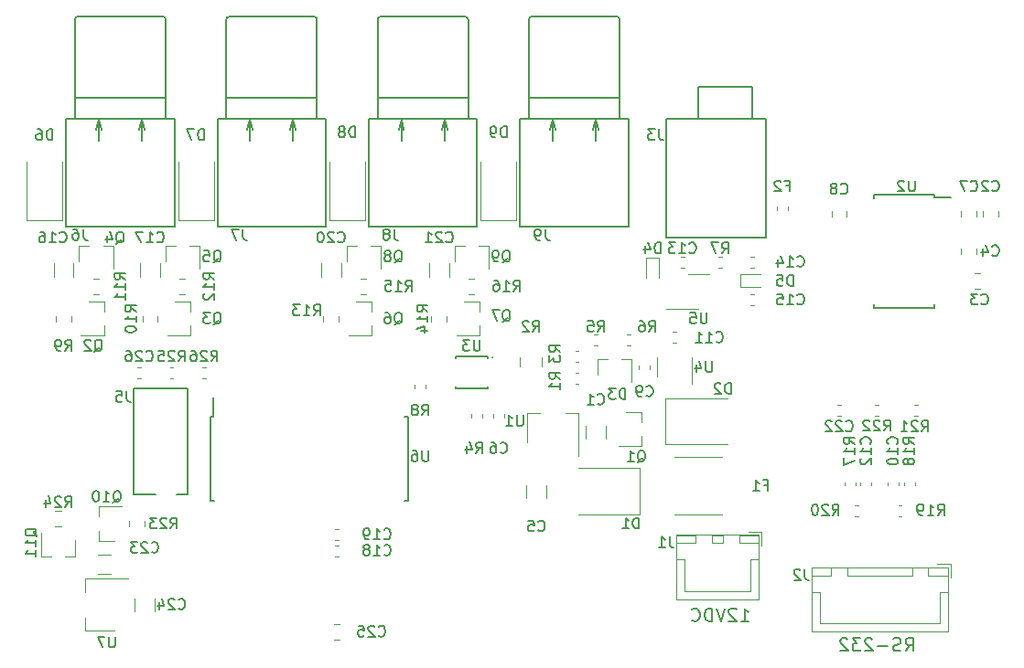
<source format=gbr>
G04 #@! TF.GenerationSoftware,KiCad,Pcbnew,5.0.1*
G04 #@! TF.CreationDate,2019-02-25T23:40:44+01:00*
G04 #@! TF.ProjectId,Dew Heater - V2,44657720486561746572202D2056322E,rev?*
G04 #@! TF.SameCoordinates,Original*
G04 #@! TF.FileFunction,Legend,Bot*
G04 #@! TF.FilePolarity,Positive*
%FSLAX46Y46*%
G04 Gerber Fmt 4.6, Leading zero omitted, Abs format (unit mm)*
G04 Created by KiCad (PCBNEW 5.0.1) date Mon 25 Feb 2019 11:40:44 PM CET*
%MOMM*%
%LPD*%
G01*
G04 APERTURE LIST*
%ADD10C,0.200000*%
%ADD11C,0.150000*%
%ADD12C,0.120000*%
G04 APERTURE END LIST*
D10*
X116657142Y-114792857D02*
X117057142Y-114221428D01*
X117342857Y-114792857D02*
X117342857Y-113592857D01*
X116885714Y-113592857D01*
X116771428Y-113650000D01*
X116714285Y-113707142D01*
X116657142Y-113821428D01*
X116657142Y-113992857D01*
X116714285Y-114107142D01*
X116771428Y-114164285D01*
X116885714Y-114221428D01*
X117342857Y-114221428D01*
X116200000Y-114735714D02*
X116028571Y-114792857D01*
X115742857Y-114792857D01*
X115628571Y-114735714D01*
X115571428Y-114678571D01*
X115514285Y-114564285D01*
X115514285Y-114450000D01*
X115571428Y-114335714D01*
X115628571Y-114278571D01*
X115742857Y-114221428D01*
X115971428Y-114164285D01*
X116085714Y-114107142D01*
X116142857Y-114050000D01*
X116200000Y-113935714D01*
X116200000Y-113821428D01*
X116142857Y-113707142D01*
X116085714Y-113650000D01*
X115971428Y-113592857D01*
X115685714Y-113592857D01*
X115514285Y-113650000D01*
X115000000Y-114335714D02*
X114085714Y-114335714D01*
X113571428Y-113707142D02*
X113514285Y-113650000D01*
X113400000Y-113592857D01*
X113114285Y-113592857D01*
X113000000Y-113650000D01*
X112942857Y-113707142D01*
X112885714Y-113821428D01*
X112885714Y-113935714D01*
X112942857Y-114107142D01*
X113628571Y-114792857D01*
X112885714Y-114792857D01*
X112485714Y-113592857D02*
X111742857Y-113592857D01*
X112142857Y-114050000D01*
X111971428Y-114050000D01*
X111857142Y-114107142D01*
X111800000Y-114164285D01*
X111742857Y-114278571D01*
X111742857Y-114564285D01*
X111800000Y-114678571D01*
X111857142Y-114735714D01*
X111971428Y-114792857D01*
X112314285Y-114792857D01*
X112428571Y-114735714D01*
X112485714Y-114678571D01*
X111285714Y-113707142D02*
X111228571Y-113650000D01*
X111114285Y-113592857D01*
X110828571Y-113592857D01*
X110714285Y-113650000D01*
X110657142Y-113707142D01*
X110600000Y-113821428D01*
X110600000Y-113935714D01*
X110657142Y-114107142D01*
X111342857Y-114792857D01*
X110600000Y-114792857D01*
X101442857Y-112042857D02*
X102128571Y-112042857D01*
X101785714Y-112042857D02*
X101785714Y-110842857D01*
X101900000Y-111014285D01*
X102014285Y-111128571D01*
X102128571Y-111185714D01*
X100985714Y-110957142D02*
X100928571Y-110900000D01*
X100814285Y-110842857D01*
X100528571Y-110842857D01*
X100414285Y-110900000D01*
X100357142Y-110957142D01*
X100300000Y-111071428D01*
X100300000Y-111185714D01*
X100357142Y-111357142D01*
X101042857Y-112042857D01*
X100300000Y-112042857D01*
X99957142Y-110842857D02*
X99557142Y-112042857D01*
X99157142Y-110842857D01*
X98757142Y-112042857D02*
X98757142Y-110842857D01*
X98471428Y-110842857D01*
X98300000Y-110900000D01*
X98185714Y-111014285D01*
X98128571Y-111128571D01*
X98071428Y-111357142D01*
X98071428Y-111528571D01*
X98128571Y-111757142D01*
X98185714Y-111871428D01*
X98300000Y-111985714D01*
X98471428Y-112042857D01*
X98757142Y-112042857D01*
X96871428Y-111928571D02*
X96928571Y-111985714D01*
X97100000Y-112042857D01*
X97214285Y-112042857D01*
X97385714Y-111985714D01*
X97500000Y-111871428D01*
X97557142Y-111757142D01*
X97614285Y-111528571D01*
X97614285Y-111357142D01*
X97557142Y-111128571D01*
X97500000Y-111014285D01*
X97385714Y-110900000D01*
X97214285Y-110842857D01*
X97100000Y-110842857D01*
X96928571Y-110900000D01*
X96871428Y-110957142D01*
D11*
G04 #@! TO.C,U2*
X119281459Y-72495435D02*
X119281459Y-72770435D01*
X113731459Y-72495435D02*
X113731459Y-72850435D01*
X113731459Y-83045435D02*
X113731459Y-82690435D01*
X119281459Y-83045435D02*
X119281459Y-82690435D01*
X119281459Y-72495435D02*
X113731459Y-72495435D01*
X119281459Y-83045435D02*
X113731459Y-83045435D01*
X119281459Y-72770435D02*
X120806459Y-72770435D01*
D12*
G04 #@! TO.C,R6*
X90874721Y-85490000D02*
X91200279Y-85490000D01*
X90874721Y-86510000D02*
X91200279Y-86510000D01*
G04 #@! TO.C,R5*
X87837221Y-85490000D02*
X88162779Y-85490000D01*
X87837221Y-86510000D02*
X88162779Y-86510000D01*
G04 #@! TO.C,C26*
X45912779Y-89510000D02*
X45587221Y-89510000D01*
X45912779Y-88490000D02*
X45587221Y-88490000D01*
G04 #@! TO.C,R25*
X48587221Y-88490000D02*
X48912779Y-88490000D01*
X48587221Y-89510000D02*
X48912779Y-89510000D01*
G04 #@! TO.C,R26*
X51912779Y-89510000D02*
X51587221Y-89510000D01*
X51912779Y-88490000D02*
X51587221Y-88490000D01*
G04 #@! TO.C,F2*
X104740000Y-73912779D02*
X104740000Y-73587221D01*
X105760000Y-73912779D02*
X105760000Y-73587221D01*
G04 #@! TO.C,F1*
X99703752Y-96830000D02*
X95296248Y-96830000D01*
X99703752Y-102170000D02*
X95296248Y-102170000D01*
G04 #@! TO.C,C11*
X95412779Y-86260000D02*
X95087221Y-86260000D01*
X95412779Y-85240000D02*
X95087221Y-85240000D01*
G04 #@! TO.C,C9*
X91990000Y-88662779D02*
X91990000Y-88337221D01*
X93010000Y-88662779D02*
X93010000Y-88337221D01*
G04 #@! TO.C,C19*
X63837221Y-103490000D02*
X64162779Y-103490000D01*
X63837221Y-104510000D02*
X64162779Y-104510000D01*
G04 #@! TO.C,C18*
X63837221Y-104990000D02*
X64162779Y-104990000D01*
X63837221Y-106010000D02*
X64162779Y-106010000D01*
G04 #@! TO.C,C22*
X110662779Y-93010000D02*
X110337221Y-93010000D01*
X110662779Y-91990000D02*
X110337221Y-91990000D01*
G04 #@! TO.C,C15*
X102337221Y-81740000D02*
X102662779Y-81740000D01*
X102337221Y-82760000D02*
X102662779Y-82760000D01*
G04 #@! TO.C,C14*
X102337221Y-78240000D02*
X102662779Y-78240000D01*
X102337221Y-79260000D02*
X102662779Y-79260000D01*
G04 #@! TO.C,C13*
X95837221Y-78240000D02*
X96162779Y-78240000D01*
X95837221Y-79260000D02*
X96162779Y-79260000D01*
G04 #@! TO.C,C12*
X113510000Y-99138582D02*
X113510000Y-99464140D01*
X112490000Y-99138582D02*
X112490000Y-99464140D01*
G04 #@! TO.C,C6*
X79510000Y-92837221D02*
X79510000Y-93162779D01*
X78490000Y-92837221D02*
X78490000Y-93162779D01*
G04 #@! TO.C,C10*
X116010000Y-99138582D02*
X116010000Y-99464140D01*
X114990000Y-99138582D02*
X114990000Y-99464140D01*
G04 #@! TO.C,R7*
X99662779Y-79260000D02*
X99337221Y-79260000D01*
X99662779Y-78240000D02*
X99337221Y-78240000D01*
G04 #@! TO.C,R17*
X110990000Y-99464140D02*
X110990000Y-99138582D01*
X112010000Y-99464140D02*
X112010000Y-99138582D01*
G04 #@! TO.C,R18*
X116490000Y-99464140D02*
X116490000Y-99138582D01*
X117510000Y-99464140D02*
X117510000Y-99138582D01*
G04 #@! TO.C,R8*
X71240000Y-90450279D02*
X71240000Y-90124721D01*
X72260000Y-90450279D02*
X72260000Y-90124721D01*
G04 #@! TO.C,R19*
X115980940Y-101291361D02*
X116306498Y-101291361D01*
X115980940Y-102311361D02*
X116306498Y-102311361D01*
G04 #@! TO.C,R20*
X112306498Y-102311361D02*
X111980940Y-102311361D01*
X112306498Y-101291361D02*
X111980940Y-101291361D01*
G04 #@! TO.C,R4*
X77510000Y-92837221D02*
X77510000Y-93162779D01*
X76490000Y-92837221D02*
X76490000Y-93162779D01*
G04 #@! TO.C,R21*
X117806498Y-93010000D02*
X117480940Y-93010000D01*
X117806498Y-91990000D02*
X117480940Y-91990000D01*
G04 #@! TO.C,R1*
X86087221Y-88990000D02*
X86412779Y-88990000D01*
X86087221Y-90010000D02*
X86412779Y-90010000D01*
G04 #@! TO.C,R22*
X113837221Y-91990000D02*
X114162779Y-91990000D01*
X113837221Y-93010000D02*
X114162779Y-93010000D01*
G04 #@! TO.C,R3*
X86087221Y-86990000D02*
X86412779Y-86990000D01*
X86087221Y-88010000D02*
X86412779Y-88010000D01*
D11*
G04 #@! TO.C,U6*
X52625000Y-93125000D02*
X52625000Y-91300000D01*
X70625000Y-93125000D02*
X70625000Y-100875000D01*
X52375000Y-93125000D02*
X52375000Y-100875000D01*
X70625000Y-93125000D02*
X70280000Y-93125000D01*
X70625000Y-100875000D02*
X70280000Y-100875000D01*
X52375000Y-100875000D02*
X52720000Y-100875000D01*
X52375000Y-93125000D02*
X52625000Y-93125000D01*
G04 #@! TO.C,J5*
X45250000Y-90500000D02*
X45250000Y-100250000D01*
X49250000Y-100250000D02*
X50250000Y-100250000D01*
X50250000Y-100250000D02*
X50250000Y-90500000D01*
X50250000Y-90500000D02*
X45250000Y-90500000D01*
X45250000Y-100250000D02*
X47250000Y-100250000D01*
D12*
G04 #@! TO.C,U5*
X97500000Y-83120000D02*
X94500000Y-83120000D01*
X98500000Y-79880000D02*
X96500000Y-79880000D01*
D11*
G04 #@! TO.C,J3*
X102500000Y-62500000D02*
X102500000Y-65500000D01*
X97500000Y-62500000D02*
X102500000Y-62500000D01*
X97500000Y-65500000D02*
X97500000Y-62500000D01*
X94500000Y-76500000D02*
X94500000Y-65500000D01*
X103750000Y-76500000D02*
X94500000Y-76500000D01*
X103750000Y-65500000D02*
X103750000Y-76500000D01*
X94500000Y-65500000D02*
X103750000Y-65500000D01*
D12*
G04 #@! TO.C,U1*
X86400000Y-92720000D02*
X85200000Y-92720000D01*
X86400000Y-96720000D02*
X86400000Y-92720000D01*
X81600000Y-92720000D02*
X81600000Y-95420000D01*
X82800000Y-92720000D02*
X81600000Y-92720000D01*
G04 #@! TO.C,U7*
X40720000Y-108100000D02*
X40720000Y-109300000D01*
X44720000Y-108100000D02*
X40720000Y-108100000D01*
X40720000Y-112900000D02*
X43420000Y-112900000D01*
X40720000Y-111700000D02*
X40720000Y-112900000D01*
G04 #@! TO.C,C25*
X64258578Y-113710000D02*
X63741422Y-113710000D01*
X64258578Y-112290000D02*
X63741422Y-112290000D01*
G04 #@! TO.C,C24*
X45340000Y-111102064D02*
X45340000Y-109897936D01*
X47160000Y-111102064D02*
X47160000Y-109897936D01*
G04 #@! TO.C,C23*
X41897936Y-105840000D02*
X43102064Y-105840000D01*
X41897936Y-107660000D02*
X43102064Y-107660000D01*
G04 #@! TO.C,Q11*
X39830000Y-106010000D02*
X39830000Y-104550000D01*
X36670000Y-106010000D02*
X36670000Y-103850000D01*
X36670000Y-106010000D02*
X37600000Y-106010000D01*
X39830000Y-106010000D02*
X38900000Y-106010000D01*
G04 #@! TO.C,Q10*
X41990000Y-104580000D02*
X43450000Y-104580000D01*
X41990000Y-101420000D02*
X44150000Y-101420000D01*
X41990000Y-101420000D02*
X41990000Y-102350000D01*
X41990000Y-104580000D02*
X41990000Y-103650000D01*
G04 #@! TO.C,R23*
X46210000Y-102741422D02*
X46210000Y-103258578D01*
X44790000Y-102741422D02*
X44790000Y-103258578D01*
G04 #@! TO.C,R24*
X38508578Y-103210000D02*
X37991422Y-103210000D01*
X38508578Y-101790000D02*
X37991422Y-101790000D01*
G04 #@! TO.C,C8*
X111216459Y-74011857D02*
X111216459Y-74529013D01*
X109796459Y-74011857D02*
X109796459Y-74529013D01*
G04 #@! TO.C,C7*
X123216459Y-74011857D02*
X123216459Y-74529013D01*
X121796459Y-74011857D02*
X121796459Y-74529013D01*
G04 #@! TO.C,C4*
X123216459Y-77511857D02*
X123216459Y-78029013D01*
X121796459Y-77511857D02*
X121796459Y-78029013D01*
G04 #@! TO.C,C3*
X123529013Y-81203541D02*
X123011857Y-81203541D01*
X123529013Y-79783541D02*
X123011857Y-79783541D01*
G04 #@! TO.C,C2*
X125216459Y-74011857D02*
X125216459Y-74529013D01*
X123796459Y-74011857D02*
X123796459Y-74529013D01*
G04 #@! TO.C,C17*
X45840000Y-80102064D02*
X45840000Y-78897936D01*
X47660000Y-80102064D02*
X47660000Y-78897936D01*
G04 #@! TO.C,C5*
X83410000Y-99397936D02*
X83410000Y-100602064D01*
X81590000Y-99397936D02*
X81590000Y-100602064D01*
G04 #@! TO.C,C16*
X37840000Y-80102064D02*
X37840000Y-78897936D01*
X39660000Y-80102064D02*
X39660000Y-78897936D01*
G04 #@! TO.C,C20*
X62590000Y-80102064D02*
X62590000Y-78897936D01*
X64410000Y-80102064D02*
X64410000Y-78897936D01*
G04 #@! TO.C,C21*
X72590000Y-80102064D02*
X72590000Y-78897936D01*
X74410000Y-80102064D02*
X74410000Y-78897936D01*
G04 #@! TO.C,C1*
X88910000Y-93897936D02*
X88910000Y-95102064D01*
X87090000Y-93897936D02*
X87090000Y-95102064D01*
G04 #@! TO.C,J1*
X103350000Y-103750000D02*
X103350000Y-105000000D01*
X102100000Y-103750000D02*
X103350000Y-103750000D01*
X96200000Y-109250000D02*
X99250000Y-109250000D01*
X96200000Y-106300000D02*
X96200000Y-109250000D01*
X95450000Y-106300000D02*
X96200000Y-106300000D01*
X102300000Y-109250000D02*
X99250000Y-109250000D01*
X102300000Y-106300000D02*
X102300000Y-109250000D01*
X103050000Y-106300000D02*
X102300000Y-106300000D01*
X95450000Y-104050000D02*
X97250000Y-104050000D01*
X95450000Y-104800000D02*
X95450000Y-104050000D01*
X97250000Y-104800000D02*
X95450000Y-104800000D01*
X97250000Y-104050000D02*
X97250000Y-104800000D01*
X101250000Y-104050000D02*
X103050000Y-104050000D01*
X101250000Y-104800000D02*
X101250000Y-104050000D01*
X103050000Y-104800000D02*
X101250000Y-104800000D01*
X103050000Y-104050000D02*
X103050000Y-104800000D01*
X98750000Y-104050000D02*
X99750000Y-104050000D01*
X98750000Y-104800000D02*
X98750000Y-104050000D01*
X99750000Y-104800000D02*
X98750000Y-104800000D01*
X99750000Y-104050000D02*
X99750000Y-104800000D01*
X95440000Y-104040000D02*
X103060000Y-104040000D01*
X95440000Y-110010000D02*
X95440000Y-104040000D01*
X103060000Y-110010000D02*
X95440000Y-110010000D01*
X103060000Y-104040000D02*
X103060000Y-110010000D01*
G04 #@! TO.C,J2*
X120850000Y-106750000D02*
X120850000Y-108000000D01*
X119600000Y-106750000D02*
X120850000Y-106750000D01*
X108700000Y-112250000D02*
X114250000Y-112250000D01*
X108700000Y-109300000D02*
X108700000Y-112250000D01*
X107950000Y-109300000D02*
X108700000Y-109300000D01*
X119800000Y-112250000D02*
X114250000Y-112250000D01*
X119800000Y-109300000D02*
X119800000Y-112250000D01*
X120550000Y-109300000D02*
X119800000Y-109300000D01*
X107950000Y-107050000D02*
X109750000Y-107050000D01*
X107950000Y-107800000D02*
X107950000Y-107050000D01*
X109750000Y-107800000D02*
X107950000Y-107800000D01*
X109750000Y-107050000D02*
X109750000Y-107800000D01*
X118750000Y-107050000D02*
X120550000Y-107050000D01*
X118750000Y-107800000D02*
X118750000Y-107050000D01*
X120550000Y-107800000D02*
X118750000Y-107800000D01*
X120550000Y-107050000D02*
X120550000Y-107800000D01*
X111250000Y-107050000D02*
X117250000Y-107050000D01*
X111250000Y-107800000D02*
X111250000Y-107050000D01*
X117250000Y-107800000D02*
X111250000Y-107800000D01*
X117250000Y-107050000D02*
X117250000Y-107800000D01*
X107940000Y-107040000D02*
X120560000Y-107040000D01*
X107940000Y-113010000D02*
X107940000Y-107040000D01*
X120560000Y-113010000D02*
X107940000Y-113010000D01*
X120560000Y-107040000D02*
X120560000Y-113010000D01*
G04 #@! TO.C,D6*
X38650000Y-74900000D02*
X38650000Y-69500000D01*
X35350000Y-74900000D02*
X35350000Y-69500000D01*
X38650000Y-74900000D02*
X35350000Y-74900000D01*
G04 #@! TO.C,D7*
X52650000Y-74900000D02*
X52650000Y-69500000D01*
X49350000Y-74900000D02*
X49350000Y-69500000D01*
X52650000Y-74900000D02*
X49350000Y-74900000D01*
G04 #@! TO.C,D8*
X66650000Y-74900000D02*
X66650000Y-69500000D01*
X63350000Y-74900000D02*
X63350000Y-69500000D01*
X66650000Y-74900000D02*
X63350000Y-74900000D01*
G04 #@! TO.C,D9*
X80650000Y-74900000D02*
X80650000Y-69500000D01*
X77350000Y-74900000D02*
X77350000Y-69500000D01*
X80650000Y-74900000D02*
X77350000Y-74900000D01*
G04 #@! TO.C,D1*
X92050000Y-97850000D02*
X86350000Y-97850000D01*
X92050000Y-102150000D02*
X86350000Y-102150000D01*
X92050000Y-97850000D02*
X92050000Y-102150000D01*
G04 #@! TO.C,D2*
X94450000Y-95650000D02*
X100150000Y-95650000D01*
X94450000Y-91350000D02*
X100150000Y-91350000D01*
X94450000Y-95650000D02*
X94450000Y-91350000D01*
G04 #@! TO.C,D4*
X93850000Y-80200000D02*
X93850000Y-78350000D01*
X92650000Y-80200000D02*
X92650000Y-78350000D01*
X92650000Y-78350000D02*
X93850000Y-78350000D01*
G04 #@! TO.C,D5*
X103200000Y-79900000D02*
X101350000Y-79900000D01*
X103200000Y-81100000D02*
X101350000Y-81100000D01*
X101350000Y-81100000D02*
X101350000Y-79900000D01*
G04 #@! TO.C,Q5*
X48170000Y-77240000D02*
X48170000Y-78700000D01*
X51330000Y-77240000D02*
X51330000Y-79400000D01*
X51330000Y-77240000D02*
X50400000Y-77240000D01*
X48170000Y-77240000D02*
X49100000Y-77240000D01*
G04 #@! TO.C,Q9*
X74920000Y-77240000D02*
X74920000Y-78700000D01*
X78080000Y-77240000D02*
X78080000Y-79400000D01*
X78080000Y-77240000D02*
X77150000Y-77240000D01*
X74920000Y-77240000D02*
X75850000Y-77240000D01*
G04 #@! TO.C,Q8*
X64920000Y-77240000D02*
X64920000Y-78700000D01*
X68080000Y-77240000D02*
X68080000Y-79400000D01*
X68080000Y-77240000D02*
X67150000Y-77240000D01*
X64920000Y-77240000D02*
X65850000Y-77240000D01*
G04 #@! TO.C,Q2*
X42510000Y-82420000D02*
X41050000Y-82420000D01*
X42510000Y-85580000D02*
X40350000Y-85580000D01*
X42510000Y-85580000D02*
X42510000Y-84650000D01*
X42510000Y-82420000D02*
X42510000Y-83350000D01*
G04 #@! TO.C,Q3*
X50510000Y-82420000D02*
X49050000Y-82420000D01*
X50510000Y-85580000D02*
X48350000Y-85580000D01*
X50510000Y-85580000D02*
X50510000Y-84650000D01*
X50510000Y-82420000D02*
X50510000Y-83350000D01*
G04 #@! TO.C,Q4*
X40170000Y-77240000D02*
X40170000Y-78700000D01*
X43330000Y-77240000D02*
X43330000Y-79400000D01*
X43330000Y-77240000D02*
X42400000Y-77240000D01*
X40170000Y-77240000D02*
X41100000Y-77240000D01*
G04 #@! TO.C,D3*
X88170000Y-87740000D02*
X88170000Y-89200000D01*
X91330000Y-87740000D02*
X91330000Y-89900000D01*
X91330000Y-87740000D02*
X90400000Y-87740000D01*
X88170000Y-87740000D02*
X89100000Y-87740000D01*
G04 #@! TO.C,Q6*
X67260000Y-82420000D02*
X65800000Y-82420000D01*
X67260000Y-85580000D02*
X65100000Y-85580000D01*
X67260000Y-85580000D02*
X67260000Y-84650000D01*
X67260000Y-82420000D02*
X67260000Y-83350000D01*
G04 #@! TO.C,Q7*
X77260000Y-82420000D02*
X75800000Y-82420000D01*
X77260000Y-85580000D02*
X75100000Y-85580000D01*
X77260000Y-85580000D02*
X77260000Y-84650000D01*
X77260000Y-82420000D02*
X77260000Y-83350000D01*
G04 #@! TO.C,Q1*
X92260000Y-92670000D02*
X90800000Y-92670000D01*
X92260000Y-95830000D02*
X90100000Y-95830000D01*
X92260000Y-95830000D02*
X92260000Y-94900000D01*
X92260000Y-92670000D02*
X92260000Y-93600000D01*
G04 #@! TO.C,U4*
X96860000Y-87600000D02*
X96860000Y-90050000D01*
X93640000Y-89400000D02*
X93640000Y-87600000D01*
G04 #@! TO.C,R9*
X38040000Y-84258578D02*
X38040000Y-83741422D01*
X39460000Y-84258578D02*
X39460000Y-83741422D01*
G04 #@! TO.C,R10*
X46040000Y-84258578D02*
X46040000Y-83741422D01*
X47460000Y-84258578D02*
X47460000Y-83741422D01*
G04 #@! TO.C,R12*
X50008578Y-81710000D02*
X49491422Y-81710000D01*
X50008578Y-80290000D02*
X49491422Y-80290000D01*
G04 #@! TO.C,R13*
X64210000Y-83741422D02*
X64210000Y-84258578D01*
X62790000Y-83741422D02*
X62790000Y-84258578D01*
G04 #@! TO.C,R14*
X72790000Y-84258578D02*
X72790000Y-83741422D01*
X74210000Y-84258578D02*
X74210000Y-83741422D01*
G04 #@! TO.C,R15*
X66758578Y-81710000D02*
X66241422Y-81710000D01*
X66758578Y-80290000D02*
X66241422Y-80290000D01*
G04 #@! TO.C,R16*
X76758578Y-81710000D02*
X76241422Y-81710000D01*
X76758578Y-80290000D02*
X76241422Y-80290000D01*
G04 #@! TO.C,R11*
X42008578Y-81710000D02*
X41491422Y-81710000D01*
X42008578Y-80290000D02*
X41491422Y-80290000D01*
D11*
G04 #@! TO.C,U3*
X78000000Y-87500000D02*
X75000000Y-87500000D01*
X78000000Y-90500000D02*
X75000000Y-90500000D01*
X78000000Y-87500000D02*
X78000000Y-87700000D01*
X75000000Y-87500000D02*
X75000000Y-87700000D01*
X78000000Y-90500000D02*
X78000000Y-90300000D01*
X75000000Y-90500000D02*
X75000000Y-90300000D01*
D10*
X78450000Y-87600000D02*
G75*
G03X78450000Y-87600000I-50000J0D01*
G01*
D11*
G04 #@! TO.C,J7*
X60000000Y-65600000D02*
X59750000Y-66500000D01*
X60250000Y-66500000D02*
X60000000Y-65600000D01*
X60000000Y-67500000D02*
X60000000Y-65600000D01*
X56000000Y-65600000D02*
X55750000Y-66500000D01*
X56250000Y-66500000D02*
X56000000Y-65600000D01*
X56000000Y-67500000D02*
X56000000Y-65700000D01*
X62200000Y-56300000D02*
G75*
G03X61900000Y-56000000I-300000J0D01*
G01*
X54100000Y-56000000D02*
G75*
G03X53800000Y-56300000I0J-300000D01*
G01*
X53000000Y-75500000D02*
X63000000Y-75500000D01*
X62200000Y-56300000D02*
X62200000Y-65500000D01*
X53800000Y-56300000D02*
X53800000Y-65500000D01*
X54100000Y-56000000D02*
X61900000Y-56000000D01*
X63000000Y-65500000D02*
X63000000Y-75500000D01*
X53000000Y-65500000D02*
X53000000Y-75500000D01*
X53800000Y-63500000D02*
X62200000Y-63500000D01*
X53000000Y-65500000D02*
X63000000Y-65500000D01*
G04 #@! TO.C,J9*
X88000000Y-65600000D02*
X87750000Y-66500000D01*
X88250000Y-66500000D02*
X88000000Y-65600000D01*
X88000000Y-67500000D02*
X88000000Y-65600000D01*
X84000000Y-65600000D02*
X83750000Y-66500000D01*
X84250000Y-66500000D02*
X84000000Y-65600000D01*
X84000000Y-67500000D02*
X84000000Y-65700000D01*
X90200000Y-56300000D02*
G75*
G03X89900000Y-56000000I-300000J0D01*
G01*
X82100000Y-56000000D02*
G75*
G03X81800000Y-56300000I0J-300000D01*
G01*
X81000000Y-75500000D02*
X91000000Y-75500000D01*
X90200000Y-56300000D02*
X90200000Y-65500000D01*
X81800000Y-56300000D02*
X81800000Y-65500000D01*
X82100000Y-56000000D02*
X89900000Y-56000000D01*
X91000000Y-65500000D02*
X91000000Y-75500000D01*
X81000000Y-65500000D02*
X81000000Y-75500000D01*
X81800000Y-63500000D02*
X90200000Y-63500000D01*
X81000000Y-65500000D02*
X91000000Y-65500000D01*
G04 #@! TO.C,J8*
X74000000Y-65600000D02*
X73750000Y-66500000D01*
X74250000Y-66500000D02*
X74000000Y-65600000D01*
X74000000Y-67500000D02*
X74000000Y-65600000D01*
X70000000Y-65600000D02*
X69750000Y-66500000D01*
X70250000Y-66500000D02*
X70000000Y-65600000D01*
X70000000Y-67500000D02*
X70000000Y-65700000D01*
X76200000Y-56300000D02*
G75*
G03X75900000Y-56000000I-300000J0D01*
G01*
X68100000Y-56000000D02*
G75*
G03X67800000Y-56300000I0J-300000D01*
G01*
X67000000Y-75500000D02*
X77000000Y-75500000D01*
X76200000Y-56300000D02*
X76200000Y-65500000D01*
X67800000Y-56300000D02*
X67800000Y-65500000D01*
X68100000Y-56000000D02*
X75900000Y-56000000D01*
X77000000Y-65500000D02*
X77000000Y-75500000D01*
X67000000Y-65500000D02*
X67000000Y-75500000D01*
X67800000Y-63500000D02*
X76200000Y-63500000D01*
X67000000Y-65500000D02*
X77000000Y-65500000D01*
G04 #@! TO.C,J6*
X46000000Y-65600000D02*
X45750000Y-66500000D01*
X46250000Y-66500000D02*
X46000000Y-65600000D01*
X46000000Y-67500000D02*
X46000000Y-65600000D01*
X42000000Y-65600000D02*
X41750000Y-66500000D01*
X42250000Y-66500000D02*
X42000000Y-65600000D01*
X42000000Y-67500000D02*
X42000000Y-65700000D01*
X48200000Y-56300000D02*
G75*
G03X47900000Y-56000000I-300000J0D01*
G01*
X40100000Y-56000000D02*
G75*
G03X39800000Y-56300000I0J-300000D01*
G01*
X39000000Y-75500000D02*
X49000000Y-75500000D01*
X48200000Y-56300000D02*
X48200000Y-65500000D01*
X39800000Y-56300000D02*
X39800000Y-65500000D01*
X40100000Y-56000000D02*
X47900000Y-56000000D01*
X49000000Y-65500000D02*
X49000000Y-75500000D01*
X39000000Y-65500000D02*
X39000000Y-75500000D01*
X39800000Y-63500000D02*
X48200000Y-63500000D01*
X39000000Y-65500000D02*
X49000000Y-65500000D01*
D12*
G04 #@! TO.C,R2*
X81000000Y-87600000D02*
X81000000Y-88400000D01*
X83000000Y-88400000D02*
X83000000Y-87600000D01*
G04 #@! TO.C,U2*
D11*
X117511904Y-71202380D02*
X117511904Y-72011904D01*
X117464285Y-72107142D01*
X117416666Y-72154761D01*
X117321428Y-72202380D01*
X117130952Y-72202380D01*
X117035714Y-72154761D01*
X116988095Y-72107142D01*
X116940476Y-72011904D01*
X116940476Y-71202380D01*
X116511904Y-71297619D02*
X116464285Y-71250000D01*
X116369047Y-71202380D01*
X116130952Y-71202380D01*
X116035714Y-71250000D01*
X115988095Y-71297619D01*
X115940476Y-71392857D01*
X115940476Y-71488095D01*
X115988095Y-71630952D01*
X116559523Y-72202380D01*
X115940476Y-72202380D01*
G04 #@! TO.C,R6*
X92916666Y-85202380D02*
X93250000Y-84726190D01*
X93488095Y-85202380D02*
X93488095Y-84202380D01*
X93107142Y-84202380D01*
X93011904Y-84250000D01*
X92964285Y-84297619D01*
X92916666Y-84392857D01*
X92916666Y-84535714D01*
X92964285Y-84630952D01*
X93011904Y-84678571D01*
X93107142Y-84726190D01*
X93488095Y-84726190D01*
X92059523Y-84202380D02*
X92250000Y-84202380D01*
X92345238Y-84250000D01*
X92392857Y-84297619D01*
X92488095Y-84440476D01*
X92535714Y-84630952D01*
X92535714Y-85011904D01*
X92488095Y-85107142D01*
X92440476Y-85154761D01*
X92345238Y-85202380D01*
X92154761Y-85202380D01*
X92059523Y-85154761D01*
X92011904Y-85107142D01*
X91964285Y-85011904D01*
X91964285Y-84773809D01*
X92011904Y-84678571D01*
X92059523Y-84630952D01*
X92154761Y-84583333D01*
X92345238Y-84583333D01*
X92440476Y-84630952D01*
X92488095Y-84678571D01*
X92535714Y-84773809D01*
G04 #@! TO.C,R5*
X88166666Y-85202380D02*
X88500000Y-84726190D01*
X88738095Y-85202380D02*
X88738095Y-84202380D01*
X88357142Y-84202380D01*
X88261904Y-84250000D01*
X88214285Y-84297619D01*
X88166666Y-84392857D01*
X88166666Y-84535714D01*
X88214285Y-84630952D01*
X88261904Y-84678571D01*
X88357142Y-84726190D01*
X88738095Y-84726190D01*
X87261904Y-84202380D02*
X87738095Y-84202380D01*
X87785714Y-84678571D01*
X87738095Y-84630952D01*
X87642857Y-84583333D01*
X87404761Y-84583333D01*
X87309523Y-84630952D01*
X87261904Y-84678571D01*
X87214285Y-84773809D01*
X87214285Y-85011904D01*
X87261904Y-85107142D01*
X87309523Y-85154761D01*
X87404761Y-85202380D01*
X87642857Y-85202380D01*
X87738095Y-85154761D01*
X87785714Y-85107142D01*
G04 #@! TO.C,C26*
X46392857Y-87857142D02*
X46440476Y-87904761D01*
X46583333Y-87952380D01*
X46678571Y-87952380D01*
X46821428Y-87904761D01*
X46916666Y-87809523D01*
X46964285Y-87714285D01*
X47011904Y-87523809D01*
X47011904Y-87380952D01*
X46964285Y-87190476D01*
X46916666Y-87095238D01*
X46821428Y-87000000D01*
X46678571Y-86952380D01*
X46583333Y-86952380D01*
X46440476Y-87000000D01*
X46392857Y-87047619D01*
X46011904Y-87047619D02*
X45964285Y-87000000D01*
X45869047Y-86952380D01*
X45630952Y-86952380D01*
X45535714Y-87000000D01*
X45488095Y-87047619D01*
X45440476Y-87142857D01*
X45440476Y-87238095D01*
X45488095Y-87380952D01*
X46059523Y-87952380D01*
X45440476Y-87952380D01*
X44583333Y-86952380D02*
X44773809Y-86952380D01*
X44869047Y-87000000D01*
X44916666Y-87047619D01*
X45011904Y-87190476D01*
X45059523Y-87380952D01*
X45059523Y-87761904D01*
X45011904Y-87857142D01*
X44964285Y-87904761D01*
X44869047Y-87952380D01*
X44678571Y-87952380D01*
X44583333Y-87904761D01*
X44535714Y-87857142D01*
X44488095Y-87761904D01*
X44488095Y-87523809D01*
X44535714Y-87428571D01*
X44583333Y-87380952D01*
X44678571Y-87333333D01*
X44869047Y-87333333D01*
X44964285Y-87380952D01*
X45011904Y-87428571D01*
X45059523Y-87523809D01*
G04 #@! TO.C,R25*
X49392857Y-87952380D02*
X49726190Y-87476190D01*
X49964285Y-87952380D02*
X49964285Y-86952380D01*
X49583333Y-86952380D01*
X49488095Y-87000000D01*
X49440476Y-87047619D01*
X49392857Y-87142857D01*
X49392857Y-87285714D01*
X49440476Y-87380952D01*
X49488095Y-87428571D01*
X49583333Y-87476190D01*
X49964285Y-87476190D01*
X49011904Y-87047619D02*
X48964285Y-87000000D01*
X48869047Y-86952380D01*
X48630952Y-86952380D01*
X48535714Y-87000000D01*
X48488095Y-87047619D01*
X48440476Y-87142857D01*
X48440476Y-87238095D01*
X48488095Y-87380952D01*
X49059523Y-87952380D01*
X48440476Y-87952380D01*
X47535714Y-86952380D02*
X48011904Y-86952380D01*
X48059523Y-87428571D01*
X48011904Y-87380952D01*
X47916666Y-87333333D01*
X47678571Y-87333333D01*
X47583333Y-87380952D01*
X47535714Y-87428571D01*
X47488095Y-87523809D01*
X47488095Y-87761904D01*
X47535714Y-87857142D01*
X47583333Y-87904761D01*
X47678571Y-87952380D01*
X47916666Y-87952380D01*
X48011904Y-87904761D01*
X48059523Y-87857142D01*
G04 #@! TO.C,R26*
X52392857Y-87952380D02*
X52726190Y-87476190D01*
X52964285Y-87952380D02*
X52964285Y-86952380D01*
X52583333Y-86952380D01*
X52488095Y-87000000D01*
X52440476Y-87047619D01*
X52392857Y-87142857D01*
X52392857Y-87285714D01*
X52440476Y-87380952D01*
X52488095Y-87428571D01*
X52583333Y-87476190D01*
X52964285Y-87476190D01*
X52011904Y-87047619D02*
X51964285Y-87000000D01*
X51869047Y-86952380D01*
X51630952Y-86952380D01*
X51535714Y-87000000D01*
X51488095Y-87047619D01*
X51440476Y-87142857D01*
X51440476Y-87238095D01*
X51488095Y-87380952D01*
X52059523Y-87952380D01*
X51440476Y-87952380D01*
X50583333Y-86952380D02*
X50773809Y-86952380D01*
X50869047Y-87000000D01*
X50916666Y-87047619D01*
X51011904Y-87190476D01*
X51059523Y-87380952D01*
X51059523Y-87761904D01*
X51011904Y-87857142D01*
X50964285Y-87904761D01*
X50869047Y-87952380D01*
X50678571Y-87952380D01*
X50583333Y-87904761D01*
X50535714Y-87857142D01*
X50488095Y-87761904D01*
X50488095Y-87523809D01*
X50535714Y-87428571D01*
X50583333Y-87380952D01*
X50678571Y-87333333D01*
X50869047Y-87333333D01*
X50964285Y-87380952D01*
X51011904Y-87428571D01*
X51059523Y-87523809D01*
G04 #@! TO.C,F2*
X105583333Y-71678571D02*
X105916666Y-71678571D01*
X105916666Y-72202380D02*
X105916666Y-71202380D01*
X105440476Y-71202380D01*
X105107142Y-71297619D02*
X105059523Y-71250000D01*
X104964285Y-71202380D01*
X104726190Y-71202380D01*
X104630952Y-71250000D01*
X104583333Y-71297619D01*
X104535714Y-71392857D01*
X104535714Y-71488095D01*
X104583333Y-71630952D01*
X105154761Y-72202380D01*
X104535714Y-72202380D01*
G04 #@! TO.C,F1*
X103583333Y-99428571D02*
X103916666Y-99428571D01*
X103916666Y-99952380D02*
X103916666Y-98952380D01*
X103440476Y-98952380D01*
X102535714Y-99952380D02*
X103107142Y-99952380D01*
X102821428Y-99952380D02*
X102821428Y-98952380D01*
X102916666Y-99095238D01*
X103011904Y-99190476D01*
X103107142Y-99238095D01*
G04 #@! TO.C,C11*
X99142857Y-86107142D02*
X99190476Y-86154761D01*
X99333333Y-86202380D01*
X99428571Y-86202380D01*
X99571428Y-86154761D01*
X99666666Y-86059523D01*
X99714285Y-85964285D01*
X99761904Y-85773809D01*
X99761904Y-85630952D01*
X99714285Y-85440476D01*
X99666666Y-85345238D01*
X99571428Y-85250000D01*
X99428571Y-85202380D01*
X99333333Y-85202380D01*
X99190476Y-85250000D01*
X99142857Y-85297619D01*
X98190476Y-86202380D02*
X98761904Y-86202380D01*
X98476190Y-86202380D02*
X98476190Y-85202380D01*
X98571428Y-85345238D01*
X98666666Y-85440476D01*
X98761904Y-85488095D01*
X97238095Y-86202380D02*
X97809523Y-86202380D01*
X97523809Y-86202380D02*
X97523809Y-85202380D01*
X97619047Y-85345238D01*
X97714285Y-85440476D01*
X97809523Y-85488095D01*
G04 #@! TO.C,C9*
X92666666Y-91107142D02*
X92714285Y-91154761D01*
X92857142Y-91202380D01*
X92952380Y-91202380D01*
X93095238Y-91154761D01*
X93190476Y-91059523D01*
X93238095Y-90964285D01*
X93285714Y-90773809D01*
X93285714Y-90630952D01*
X93238095Y-90440476D01*
X93190476Y-90345238D01*
X93095238Y-90250000D01*
X92952380Y-90202380D01*
X92857142Y-90202380D01*
X92714285Y-90250000D01*
X92666666Y-90297619D01*
X92190476Y-91202380D02*
X92000000Y-91202380D01*
X91904761Y-91154761D01*
X91857142Y-91107142D01*
X91761904Y-90964285D01*
X91714285Y-90773809D01*
X91714285Y-90392857D01*
X91761904Y-90297619D01*
X91809523Y-90250000D01*
X91904761Y-90202380D01*
X92095238Y-90202380D01*
X92190476Y-90250000D01*
X92238095Y-90297619D01*
X92285714Y-90392857D01*
X92285714Y-90630952D01*
X92238095Y-90726190D01*
X92190476Y-90773809D01*
X92095238Y-90821428D01*
X91904761Y-90821428D01*
X91809523Y-90773809D01*
X91761904Y-90726190D01*
X91714285Y-90630952D01*
G04 #@! TO.C,C19*
X68392857Y-104357142D02*
X68440476Y-104404761D01*
X68583333Y-104452380D01*
X68678571Y-104452380D01*
X68821428Y-104404761D01*
X68916666Y-104309523D01*
X68964285Y-104214285D01*
X69011904Y-104023809D01*
X69011904Y-103880952D01*
X68964285Y-103690476D01*
X68916666Y-103595238D01*
X68821428Y-103500000D01*
X68678571Y-103452380D01*
X68583333Y-103452380D01*
X68440476Y-103500000D01*
X68392857Y-103547619D01*
X67440476Y-104452380D02*
X68011904Y-104452380D01*
X67726190Y-104452380D02*
X67726190Y-103452380D01*
X67821428Y-103595238D01*
X67916666Y-103690476D01*
X68011904Y-103738095D01*
X66964285Y-104452380D02*
X66773809Y-104452380D01*
X66678571Y-104404761D01*
X66630952Y-104357142D01*
X66535714Y-104214285D01*
X66488095Y-104023809D01*
X66488095Y-103642857D01*
X66535714Y-103547619D01*
X66583333Y-103500000D01*
X66678571Y-103452380D01*
X66869047Y-103452380D01*
X66964285Y-103500000D01*
X67011904Y-103547619D01*
X67059523Y-103642857D01*
X67059523Y-103880952D01*
X67011904Y-103976190D01*
X66964285Y-104023809D01*
X66869047Y-104071428D01*
X66678571Y-104071428D01*
X66583333Y-104023809D01*
X66535714Y-103976190D01*
X66488095Y-103880952D01*
G04 #@! TO.C,C18*
X68392857Y-105857142D02*
X68440476Y-105904761D01*
X68583333Y-105952380D01*
X68678571Y-105952380D01*
X68821428Y-105904761D01*
X68916666Y-105809523D01*
X68964285Y-105714285D01*
X69011904Y-105523809D01*
X69011904Y-105380952D01*
X68964285Y-105190476D01*
X68916666Y-105095238D01*
X68821428Y-105000000D01*
X68678571Y-104952380D01*
X68583333Y-104952380D01*
X68440476Y-105000000D01*
X68392857Y-105047619D01*
X67440476Y-105952380D02*
X68011904Y-105952380D01*
X67726190Y-105952380D02*
X67726190Y-104952380D01*
X67821428Y-105095238D01*
X67916666Y-105190476D01*
X68011904Y-105238095D01*
X66869047Y-105380952D02*
X66964285Y-105333333D01*
X67011904Y-105285714D01*
X67059523Y-105190476D01*
X67059523Y-105142857D01*
X67011904Y-105047619D01*
X66964285Y-105000000D01*
X66869047Y-104952380D01*
X66678571Y-104952380D01*
X66583333Y-105000000D01*
X66535714Y-105047619D01*
X66488095Y-105142857D01*
X66488095Y-105190476D01*
X66535714Y-105285714D01*
X66583333Y-105333333D01*
X66678571Y-105380952D01*
X66869047Y-105380952D01*
X66964285Y-105428571D01*
X67011904Y-105476190D01*
X67059523Y-105571428D01*
X67059523Y-105761904D01*
X67011904Y-105857142D01*
X66964285Y-105904761D01*
X66869047Y-105952380D01*
X66678571Y-105952380D01*
X66583333Y-105904761D01*
X66535714Y-105857142D01*
X66488095Y-105761904D01*
X66488095Y-105571428D01*
X66535714Y-105476190D01*
X66583333Y-105428571D01*
X66678571Y-105380952D01*
G04 #@! TO.C,C22*
X111142857Y-94357142D02*
X111190476Y-94404761D01*
X111333333Y-94452380D01*
X111428571Y-94452380D01*
X111571428Y-94404761D01*
X111666666Y-94309523D01*
X111714285Y-94214285D01*
X111761904Y-94023809D01*
X111761904Y-93880952D01*
X111714285Y-93690476D01*
X111666666Y-93595238D01*
X111571428Y-93500000D01*
X111428571Y-93452380D01*
X111333333Y-93452380D01*
X111190476Y-93500000D01*
X111142857Y-93547619D01*
X110761904Y-93547619D02*
X110714285Y-93500000D01*
X110619047Y-93452380D01*
X110380952Y-93452380D01*
X110285714Y-93500000D01*
X110238095Y-93547619D01*
X110190476Y-93642857D01*
X110190476Y-93738095D01*
X110238095Y-93880952D01*
X110809523Y-94452380D01*
X110190476Y-94452380D01*
X109809523Y-93547619D02*
X109761904Y-93500000D01*
X109666666Y-93452380D01*
X109428571Y-93452380D01*
X109333333Y-93500000D01*
X109285714Y-93547619D01*
X109238095Y-93642857D01*
X109238095Y-93738095D01*
X109285714Y-93880952D01*
X109857142Y-94452380D01*
X109238095Y-94452380D01*
G04 #@! TO.C,C15*
X106642857Y-82607142D02*
X106690476Y-82654761D01*
X106833333Y-82702380D01*
X106928571Y-82702380D01*
X107071428Y-82654761D01*
X107166666Y-82559523D01*
X107214285Y-82464285D01*
X107261904Y-82273809D01*
X107261904Y-82130952D01*
X107214285Y-81940476D01*
X107166666Y-81845238D01*
X107071428Y-81750000D01*
X106928571Y-81702380D01*
X106833333Y-81702380D01*
X106690476Y-81750000D01*
X106642857Y-81797619D01*
X105690476Y-82702380D02*
X106261904Y-82702380D01*
X105976190Y-82702380D02*
X105976190Y-81702380D01*
X106071428Y-81845238D01*
X106166666Y-81940476D01*
X106261904Y-81988095D01*
X104785714Y-81702380D02*
X105261904Y-81702380D01*
X105309523Y-82178571D01*
X105261904Y-82130952D01*
X105166666Y-82083333D01*
X104928571Y-82083333D01*
X104833333Y-82130952D01*
X104785714Y-82178571D01*
X104738095Y-82273809D01*
X104738095Y-82511904D01*
X104785714Y-82607142D01*
X104833333Y-82654761D01*
X104928571Y-82702380D01*
X105166666Y-82702380D01*
X105261904Y-82654761D01*
X105309523Y-82607142D01*
G04 #@! TO.C,C14*
X106642857Y-79107142D02*
X106690476Y-79154761D01*
X106833333Y-79202380D01*
X106928571Y-79202380D01*
X107071428Y-79154761D01*
X107166666Y-79059523D01*
X107214285Y-78964285D01*
X107261904Y-78773809D01*
X107261904Y-78630952D01*
X107214285Y-78440476D01*
X107166666Y-78345238D01*
X107071428Y-78250000D01*
X106928571Y-78202380D01*
X106833333Y-78202380D01*
X106690476Y-78250000D01*
X106642857Y-78297619D01*
X105690476Y-79202380D02*
X106261904Y-79202380D01*
X105976190Y-79202380D02*
X105976190Y-78202380D01*
X106071428Y-78345238D01*
X106166666Y-78440476D01*
X106261904Y-78488095D01*
X104833333Y-78535714D02*
X104833333Y-79202380D01*
X105071428Y-78154761D02*
X105309523Y-78869047D01*
X104690476Y-78869047D01*
G04 #@! TO.C,C13*
X96642857Y-77857142D02*
X96690476Y-77904761D01*
X96833333Y-77952380D01*
X96928571Y-77952380D01*
X97071428Y-77904761D01*
X97166666Y-77809523D01*
X97214285Y-77714285D01*
X97261904Y-77523809D01*
X97261904Y-77380952D01*
X97214285Y-77190476D01*
X97166666Y-77095238D01*
X97071428Y-77000000D01*
X96928571Y-76952380D01*
X96833333Y-76952380D01*
X96690476Y-77000000D01*
X96642857Y-77047619D01*
X95690476Y-77952380D02*
X96261904Y-77952380D01*
X95976190Y-77952380D02*
X95976190Y-76952380D01*
X96071428Y-77095238D01*
X96166666Y-77190476D01*
X96261904Y-77238095D01*
X95357142Y-76952380D02*
X94738095Y-76952380D01*
X95071428Y-77333333D01*
X94928571Y-77333333D01*
X94833333Y-77380952D01*
X94785714Y-77428571D01*
X94738095Y-77523809D01*
X94738095Y-77761904D01*
X94785714Y-77857142D01*
X94833333Y-77904761D01*
X94928571Y-77952380D01*
X95214285Y-77952380D01*
X95309523Y-77904761D01*
X95357142Y-77857142D01*
G04 #@! TO.C,C12*
X113357142Y-95607142D02*
X113404761Y-95559523D01*
X113452380Y-95416666D01*
X113452380Y-95321428D01*
X113404761Y-95178571D01*
X113309523Y-95083333D01*
X113214285Y-95035714D01*
X113023809Y-94988095D01*
X112880952Y-94988095D01*
X112690476Y-95035714D01*
X112595238Y-95083333D01*
X112500000Y-95178571D01*
X112452380Y-95321428D01*
X112452380Y-95416666D01*
X112500000Y-95559523D01*
X112547619Y-95607142D01*
X113452380Y-96559523D02*
X113452380Y-95988095D01*
X113452380Y-96273809D02*
X112452380Y-96273809D01*
X112595238Y-96178571D01*
X112690476Y-96083333D01*
X112738095Y-95988095D01*
X112547619Y-96940476D02*
X112500000Y-96988095D01*
X112452380Y-97083333D01*
X112452380Y-97321428D01*
X112500000Y-97416666D01*
X112547619Y-97464285D01*
X112642857Y-97511904D01*
X112738095Y-97511904D01*
X112880952Y-97464285D01*
X113452380Y-96892857D01*
X113452380Y-97511904D01*
G04 #@! TO.C,C6*
X79166666Y-96357142D02*
X79214285Y-96404761D01*
X79357142Y-96452380D01*
X79452380Y-96452380D01*
X79595238Y-96404761D01*
X79690476Y-96309523D01*
X79738095Y-96214285D01*
X79785714Y-96023809D01*
X79785714Y-95880952D01*
X79738095Y-95690476D01*
X79690476Y-95595238D01*
X79595238Y-95500000D01*
X79452380Y-95452380D01*
X79357142Y-95452380D01*
X79214285Y-95500000D01*
X79166666Y-95547619D01*
X78309523Y-95452380D02*
X78500000Y-95452380D01*
X78595238Y-95500000D01*
X78642857Y-95547619D01*
X78738095Y-95690476D01*
X78785714Y-95880952D01*
X78785714Y-96261904D01*
X78738095Y-96357142D01*
X78690476Y-96404761D01*
X78595238Y-96452380D01*
X78404761Y-96452380D01*
X78309523Y-96404761D01*
X78261904Y-96357142D01*
X78214285Y-96261904D01*
X78214285Y-96023809D01*
X78261904Y-95928571D01*
X78309523Y-95880952D01*
X78404761Y-95833333D01*
X78595238Y-95833333D01*
X78690476Y-95880952D01*
X78738095Y-95928571D01*
X78785714Y-96023809D01*
G04 #@! TO.C,C10*
X115857142Y-95607142D02*
X115904761Y-95559523D01*
X115952380Y-95416666D01*
X115952380Y-95321428D01*
X115904761Y-95178571D01*
X115809523Y-95083333D01*
X115714285Y-95035714D01*
X115523809Y-94988095D01*
X115380952Y-94988095D01*
X115190476Y-95035714D01*
X115095238Y-95083333D01*
X115000000Y-95178571D01*
X114952380Y-95321428D01*
X114952380Y-95416666D01*
X115000000Y-95559523D01*
X115047619Y-95607142D01*
X115952380Y-96559523D02*
X115952380Y-95988095D01*
X115952380Y-96273809D02*
X114952380Y-96273809D01*
X115095238Y-96178571D01*
X115190476Y-96083333D01*
X115238095Y-95988095D01*
X114952380Y-97178571D02*
X114952380Y-97273809D01*
X115000000Y-97369047D01*
X115047619Y-97416666D01*
X115142857Y-97464285D01*
X115333333Y-97511904D01*
X115571428Y-97511904D01*
X115761904Y-97464285D01*
X115857142Y-97416666D01*
X115904761Y-97369047D01*
X115952380Y-97273809D01*
X115952380Y-97178571D01*
X115904761Y-97083333D01*
X115857142Y-97035714D01*
X115761904Y-96988095D01*
X115571428Y-96940476D01*
X115333333Y-96940476D01*
X115142857Y-96988095D01*
X115047619Y-97035714D01*
X115000000Y-97083333D01*
X114952380Y-97178571D01*
G04 #@! TO.C,R7*
X99666666Y-77952380D02*
X100000000Y-77476190D01*
X100238095Y-77952380D02*
X100238095Y-76952380D01*
X99857142Y-76952380D01*
X99761904Y-77000000D01*
X99714285Y-77047619D01*
X99666666Y-77142857D01*
X99666666Y-77285714D01*
X99714285Y-77380952D01*
X99761904Y-77428571D01*
X99857142Y-77476190D01*
X100238095Y-77476190D01*
X99333333Y-76952380D02*
X98666666Y-76952380D01*
X99095238Y-77952380D01*
G04 #@! TO.C,R17*
X111952380Y-95607142D02*
X111476190Y-95273809D01*
X111952380Y-95035714D02*
X110952380Y-95035714D01*
X110952380Y-95416666D01*
X111000000Y-95511904D01*
X111047619Y-95559523D01*
X111142857Y-95607142D01*
X111285714Y-95607142D01*
X111380952Y-95559523D01*
X111428571Y-95511904D01*
X111476190Y-95416666D01*
X111476190Y-95035714D01*
X111952380Y-96559523D02*
X111952380Y-95988095D01*
X111952380Y-96273809D02*
X110952380Y-96273809D01*
X111095238Y-96178571D01*
X111190476Y-96083333D01*
X111238095Y-95988095D01*
X110952380Y-96892857D02*
X110952380Y-97559523D01*
X111952380Y-97130952D01*
G04 #@! TO.C,R18*
X117452380Y-95607142D02*
X116976190Y-95273809D01*
X117452380Y-95035714D02*
X116452380Y-95035714D01*
X116452380Y-95416666D01*
X116500000Y-95511904D01*
X116547619Y-95559523D01*
X116642857Y-95607142D01*
X116785714Y-95607142D01*
X116880952Y-95559523D01*
X116928571Y-95511904D01*
X116976190Y-95416666D01*
X116976190Y-95035714D01*
X117452380Y-96559523D02*
X117452380Y-95988095D01*
X117452380Y-96273809D02*
X116452380Y-96273809D01*
X116595238Y-96178571D01*
X116690476Y-96083333D01*
X116738095Y-95988095D01*
X116880952Y-97130952D02*
X116833333Y-97035714D01*
X116785714Y-96988095D01*
X116690476Y-96940476D01*
X116642857Y-96940476D01*
X116547619Y-96988095D01*
X116500000Y-97035714D01*
X116452380Y-97130952D01*
X116452380Y-97321428D01*
X116500000Y-97416666D01*
X116547619Y-97464285D01*
X116642857Y-97511904D01*
X116690476Y-97511904D01*
X116785714Y-97464285D01*
X116833333Y-97416666D01*
X116880952Y-97321428D01*
X116880952Y-97130952D01*
X116928571Y-97035714D01*
X116976190Y-96988095D01*
X117071428Y-96940476D01*
X117261904Y-96940476D01*
X117357142Y-96988095D01*
X117404761Y-97035714D01*
X117452380Y-97130952D01*
X117452380Y-97321428D01*
X117404761Y-97416666D01*
X117357142Y-97464285D01*
X117261904Y-97511904D01*
X117071428Y-97511904D01*
X116976190Y-97464285D01*
X116928571Y-97416666D01*
X116880952Y-97321428D01*
G04 #@! TO.C,R8*
X71916666Y-92952380D02*
X72250000Y-92476190D01*
X72488095Y-92952380D02*
X72488095Y-91952380D01*
X72107142Y-91952380D01*
X72011904Y-92000000D01*
X71964285Y-92047619D01*
X71916666Y-92142857D01*
X71916666Y-92285714D01*
X71964285Y-92380952D01*
X72011904Y-92428571D01*
X72107142Y-92476190D01*
X72488095Y-92476190D01*
X71345238Y-92380952D02*
X71440476Y-92333333D01*
X71488095Y-92285714D01*
X71535714Y-92190476D01*
X71535714Y-92142857D01*
X71488095Y-92047619D01*
X71440476Y-92000000D01*
X71345238Y-91952380D01*
X71154761Y-91952380D01*
X71059523Y-92000000D01*
X71011904Y-92047619D01*
X70964285Y-92142857D01*
X70964285Y-92190476D01*
X71011904Y-92285714D01*
X71059523Y-92333333D01*
X71154761Y-92380952D01*
X71345238Y-92380952D01*
X71440476Y-92428571D01*
X71488095Y-92476190D01*
X71535714Y-92571428D01*
X71535714Y-92761904D01*
X71488095Y-92857142D01*
X71440476Y-92904761D01*
X71345238Y-92952380D01*
X71154761Y-92952380D01*
X71059523Y-92904761D01*
X71011904Y-92857142D01*
X70964285Y-92761904D01*
X70964285Y-92571428D01*
X71011904Y-92476190D01*
X71059523Y-92428571D01*
X71154761Y-92380952D01*
G04 #@! TO.C,R19*
X119642857Y-102202380D02*
X119976190Y-101726190D01*
X120214285Y-102202380D02*
X120214285Y-101202380D01*
X119833333Y-101202380D01*
X119738095Y-101250000D01*
X119690476Y-101297619D01*
X119642857Y-101392857D01*
X119642857Y-101535714D01*
X119690476Y-101630952D01*
X119738095Y-101678571D01*
X119833333Y-101726190D01*
X120214285Y-101726190D01*
X118690476Y-102202380D02*
X119261904Y-102202380D01*
X118976190Y-102202380D02*
X118976190Y-101202380D01*
X119071428Y-101345238D01*
X119166666Y-101440476D01*
X119261904Y-101488095D01*
X118214285Y-102202380D02*
X118023809Y-102202380D01*
X117928571Y-102154761D01*
X117880952Y-102107142D01*
X117785714Y-101964285D01*
X117738095Y-101773809D01*
X117738095Y-101392857D01*
X117785714Y-101297619D01*
X117833333Y-101250000D01*
X117928571Y-101202380D01*
X118119047Y-101202380D01*
X118214285Y-101250000D01*
X118261904Y-101297619D01*
X118309523Y-101392857D01*
X118309523Y-101630952D01*
X118261904Y-101726190D01*
X118214285Y-101773809D01*
X118119047Y-101821428D01*
X117928571Y-101821428D01*
X117833333Y-101773809D01*
X117785714Y-101726190D01*
X117738095Y-101630952D01*
G04 #@! TO.C,R20*
X109892857Y-102202380D02*
X110226190Y-101726190D01*
X110464285Y-102202380D02*
X110464285Y-101202380D01*
X110083333Y-101202380D01*
X109988095Y-101250000D01*
X109940476Y-101297619D01*
X109892857Y-101392857D01*
X109892857Y-101535714D01*
X109940476Y-101630952D01*
X109988095Y-101678571D01*
X110083333Y-101726190D01*
X110464285Y-101726190D01*
X109511904Y-101297619D02*
X109464285Y-101250000D01*
X109369047Y-101202380D01*
X109130952Y-101202380D01*
X109035714Y-101250000D01*
X108988095Y-101297619D01*
X108940476Y-101392857D01*
X108940476Y-101488095D01*
X108988095Y-101630952D01*
X109559523Y-102202380D01*
X108940476Y-102202380D01*
X108321428Y-101202380D02*
X108226190Y-101202380D01*
X108130952Y-101250000D01*
X108083333Y-101297619D01*
X108035714Y-101392857D01*
X107988095Y-101583333D01*
X107988095Y-101821428D01*
X108035714Y-102011904D01*
X108083333Y-102107142D01*
X108130952Y-102154761D01*
X108226190Y-102202380D01*
X108321428Y-102202380D01*
X108416666Y-102154761D01*
X108464285Y-102107142D01*
X108511904Y-102011904D01*
X108559523Y-101821428D01*
X108559523Y-101583333D01*
X108511904Y-101392857D01*
X108464285Y-101297619D01*
X108416666Y-101250000D01*
X108321428Y-101202380D01*
G04 #@! TO.C,R4*
X76916666Y-96452380D02*
X77250000Y-95976190D01*
X77488095Y-96452380D02*
X77488095Y-95452380D01*
X77107142Y-95452380D01*
X77011904Y-95500000D01*
X76964285Y-95547619D01*
X76916666Y-95642857D01*
X76916666Y-95785714D01*
X76964285Y-95880952D01*
X77011904Y-95928571D01*
X77107142Y-95976190D01*
X77488095Y-95976190D01*
X76059523Y-95785714D02*
X76059523Y-96452380D01*
X76297619Y-95404761D02*
X76535714Y-96119047D01*
X75916666Y-96119047D01*
G04 #@! TO.C,R21*
X118142857Y-94452380D02*
X118476190Y-93976190D01*
X118714285Y-94452380D02*
X118714285Y-93452380D01*
X118333333Y-93452380D01*
X118238095Y-93500000D01*
X118190476Y-93547619D01*
X118142857Y-93642857D01*
X118142857Y-93785714D01*
X118190476Y-93880952D01*
X118238095Y-93928571D01*
X118333333Y-93976190D01*
X118714285Y-93976190D01*
X117761904Y-93547619D02*
X117714285Y-93500000D01*
X117619047Y-93452380D01*
X117380952Y-93452380D01*
X117285714Y-93500000D01*
X117238095Y-93547619D01*
X117190476Y-93642857D01*
X117190476Y-93738095D01*
X117238095Y-93880952D01*
X117809523Y-94452380D01*
X117190476Y-94452380D01*
X116238095Y-94452380D02*
X116809523Y-94452380D01*
X116523809Y-94452380D02*
X116523809Y-93452380D01*
X116619047Y-93595238D01*
X116714285Y-93690476D01*
X116809523Y-93738095D01*
G04 #@! TO.C,R1*
X84702380Y-89583333D02*
X84226190Y-89250000D01*
X84702380Y-89011904D02*
X83702380Y-89011904D01*
X83702380Y-89392857D01*
X83750000Y-89488095D01*
X83797619Y-89535714D01*
X83892857Y-89583333D01*
X84035714Y-89583333D01*
X84130952Y-89535714D01*
X84178571Y-89488095D01*
X84226190Y-89392857D01*
X84226190Y-89011904D01*
X84702380Y-90535714D02*
X84702380Y-89964285D01*
X84702380Y-90250000D02*
X83702380Y-90250000D01*
X83845238Y-90154761D01*
X83940476Y-90059523D01*
X83988095Y-89964285D01*
G04 #@! TO.C,R22*
X114642857Y-94382380D02*
X114976190Y-93906190D01*
X115214285Y-94382380D02*
X115214285Y-93382380D01*
X114833333Y-93382380D01*
X114738095Y-93430000D01*
X114690476Y-93477619D01*
X114642857Y-93572857D01*
X114642857Y-93715714D01*
X114690476Y-93810952D01*
X114738095Y-93858571D01*
X114833333Y-93906190D01*
X115214285Y-93906190D01*
X114261904Y-93477619D02*
X114214285Y-93430000D01*
X114119047Y-93382380D01*
X113880952Y-93382380D01*
X113785714Y-93430000D01*
X113738095Y-93477619D01*
X113690476Y-93572857D01*
X113690476Y-93668095D01*
X113738095Y-93810952D01*
X114309523Y-94382380D01*
X113690476Y-94382380D01*
X113309523Y-93477619D02*
X113261904Y-93430000D01*
X113166666Y-93382380D01*
X112928571Y-93382380D01*
X112833333Y-93430000D01*
X112785714Y-93477619D01*
X112738095Y-93572857D01*
X112738095Y-93668095D01*
X112785714Y-93810952D01*
X113357142Y-94382380D01*
X112738095Y-94382380D01*
G04 #@! TO.C,R3*
X84702380Y-87083333D02*
X84226190Y-86750000D01*
X84702380Y-86511904D02*
X83702380Y-86511904D01*
X83702380Y-86892857D01*
X83750000Y-86988095D01*
X83797619Y-87035714D01*
X83892857Y-87083333D01*
X84035714Y-87083333D01*
X84130952Y-87035714D01*
X84178571Y-86988095D01*
X84226190Y-86892857D01*
X84226190Y-86511904D01*
X83702380Y-87416666D02*
X83702380Y-88035714D01*
X84083333Y-87702380D01*
X84083333Y-87845238D01*
X84130952Y-87940476D01*
X84178571Y-87988095D01*
X84273809Y-88035714D01*
X84511904Y-88035714D01*
X84607142Y-87988095D01*
X84654761Y-87940476D01*
X84702380Y-87845238D01*
X84702380Y-87559523D01*
X84654761Y-87464285D01*
X84607142Y-87416666D01*
G04 #@! TO.C,U6*
X72511904Y-96202380D02*
X72511904Y-97011904D01*
X72464285Y-97107142D01*
X72416666Y-97154761D01*
X72321428Y-97202380D01*
X72130952Y-97202380D01*
X72035714Y-97154761D01*
X71988095Y-97107142D01*
X71940476Y-97011904D01*
X71940476Y-96202380D01*
X71035714Y-96202380D02*
X71226190Y-96202380D01*
X71321428Y-96250000D01*
X71369047Y-96297619D01*
X71464285Y-96440476D01*
X71511904Y-96630952D01*
X71511904Y-97011904D01*
X71464285Y-97107142D01*
X71416666Y-97154761D01*
X71321428Y-97202380D01*
X71130952Y-97202380D01*
X71035714Y-97154761D01*
X70988095Y-97107142D01*
X70940476Y-97011904D01*
X70940476Y-96773809D01*
X70988095Y-96678571D01*
X71035714Y-96630952D01*
X71130952Y-96583333D01*
X71321428Y-96583333D01*
X71416666Y-96630952D01*
X71464285Y-96678571D01*
X71511904Y-96773809D01*
G04 #@! TO.C,J5*
X44583333Y-90702380D02*
X44583333Y-91416666D01*
X44630952Y-91559523D01*
X44726190Y-91654761D01*
X44869047Y-91702380D01*
X44964285Y-91702380D01*
X43630952Y-90702380D02*
X44107142Y-90702380D01*
X44154761Y-91178571D01*
X44107142Y-91130952D01*
X44011904Y-91083333D01*
X43773809Y-91083333D01*
X43678571Y-91130952D01*
X43630952Y-91178571D01*
X43583333Y-91273809D01*
X43583333Y-91511904D01*
X43630952Y-91607142D01*
X43678571Y-91654761D01*
X43773809Y-91702380D01*
X44011904Y-91702380D01*
X44107142Y-91654761D01*
X44154761Y-91607142D01*
G04 #@! TO.C,U5*
X98261904Y-83452380D02*
X98261904Y-84261904D01*
X98214285Y-84357142D01*
X98166666Y-84404761D01*
X98071428Y-84452380D01*
X97880952Y-84452380D01*
X97785714Y-84404761D01*
X97738095Y-84357142D01*
X97690476Y-84261904D01*
X97690476Y-83452380D01*
X96738095Y-83452380D02*
X97214285Y-83452380D01*
X97261904Y-83928571D01*
X97214285Y-83880952D01*
X97119047Y-83833333D01*
X96880952Y-83833333D01*
X96785714Y-83880952D01*
X96738095Y-83928571D01*
X96690476Y-84023809D01*
X96690476Y-84261904D01*
X96738095Y-84357142D01*
X96785714Y-84404761D01*
X96880952Y-84452380D01*
X97119047Y-84452380D01*
X97214285Y-84404761D01*
X97261904Y-84357142D01*
G04 #@! TO.C,J3*
X93833333Y-66452380D02*
X93833333Y-67166666D01*
X93880952Y-67309523D01*
X93976190Y-67404761D01*
X94119047Y-67452380D01*
X94214285Y-67452380D01*
X93452380Y-66452380D02*
X92833333Y-66452380D01*
X93166666Y-66833333D01*
X93023809Y-66833333D01*
X92928571Y-66880952D01*
X92880952Y-66928571D01*
X92833333Y-67023809D01*
X92833333Y-67261904D01*
X92880952Y-67357142D01*
X92928571Y-67404761D01*
X93023809Y-67452380D01*
X93309523Y-67452380D01*
X93404761Y-67404761D01*
X93452380Y-67357142D01*
G04 #@! TO.C,U1*
X81261904Y-92952380D02*
X81261904Y-93761904D01*
X81214285Y-93857142D01*
X81166666Y-93904761D01*
X81071428Y-93952380D01*
X80880952Y-93952380D01*
X80785714Y-93904761D01*
X80738095Y-93857142D01*
X80690476Y-93761904D01*
X80690476Y-92952380D01*
X79690476Y-93952380D02*
X80261904Y-93952380D01*
X79976190Y-93952380D02*
X79976190Y-92952380D01*
X80071428Y-93095238D01*
X80166666Y-93190476D01*
X80261904Y-93238095D01*
G04 #@! TO.C,U7*
X43511904Y-113452380D02*
X43511904Y-114261904D01*
X43464285Y-114357142D01*
X43416666Y-114404761D01*
X43321428Y-114452380D01*
X43130952Y-114452380D01*
X43035714Y-114404761D01*
X42988095Y-114357142D01*
X42940476Y-114261904D01*
X42940476Y-113452380D01*
X42559523Y-113452380D02*
X41892857Y-113452380D01*
X42321428Y-114452380D01*
G04 #@! TO.C,C25*
X67892857Y-113357142D02*
X67940476Y-113404761D01*
X68083333Y-113452380D01*
X68178571Y-113452380D01*
X68321428Y-113404761D01*
X68416666Y-113309523D01*
X68464285Y-113214285D01*
X68511904Y-113023809D01*
X68511904Y-112880952D01*
X68464285Y-112690476D01*
X68416666Y-112595238D01*
X68321428Y-112500000D01*
X68178571Y-112452380D01*
X68083333Y-112452380D01*
X67940476Y-112500000D01*
X67892857Y-112547619D01*
X67511904Y-112547619D02*
X67464285Y-112500000D01*
X67369047Y-112452380D01*
X67130952Y-112452380D01*
X67035714Y-112500000D01*
X66988095Y-112547619D01*
X66940476Y-112642857D01*
X66940476Y-112738095D01*
X66988095Y-112880952D01*
X67559523Y-113452380D01*
X66940476Y-113452380D01*
X66035714Y-112452380D02*
X66511904Y-112452380D01*
X66559523Y-112928571D01*
X66511904Y-112880952D01*
X66416666Y-112833333D01*
X66178571Y-112833333D01*
X66083333Y-112880952D01*
X66035714Y-112928571D01*
X65988095Y-113023809D01*
X65988095Y-113261904D01*
X66035714Y-113357142D01*
X66083333Y-113404761D01*
X66178571Y-113452380D01*
X66416666Y-113452380D01*
X66511904Y-113404761D01*
X66559523Y-113357142D01*
G04 #@! TO.C,C24*
X49392857Y-110857142D02*
X49440476Y-110904761D01*
X49583333Y-110952380D01*
X49678571Y-110952380D01*
X49821428Y-110904761D01*
X49916666Y-110809523D01*
X49964285Y-110714285D01*
X50011904Y-110523809D01*
X50011904Y-110380952D01*
X49964285Y-110190476D01*
X49916666Y-110095238D01*
X49821428Y-110000000D01*
X49678571Y-109952380D01*
X49583333Y-109952380D01*
X49440476Y-110000000D01*
X49392857Y-110047619D01*
X49011904Y-110047619D02*
X48964285Y-110000000D01*
X48869047Y-109952380D01*
X48630952Y-109952380D01*
X48535714Y-110000000D01*
X48488095Y-110047619D01*
X48440476Y-110142857D01*
X48440476Y-110238095D01*
X48488095Y-110380952D01*
X49059523Y-110952380D01*
X48440476Y-110952380D01*
X47583333Y-110285714D02*
X47583333Y-110952380D01*
X47821428Y-109904761D02*
X48059523Y-110619047D01*
X47440476Y-110619047D01*
G04 #@! TO.C,C23*
X46892857Y-105607142D02*
X46940476Y-105654761D01*
X47083333Y-105702380D01*
X47178571Y-105702380D01*
X47321428Y-105654761D01*
X47416666Y-105559523D01*
X47464285Y-105464285D01*
X47511904Y-105273809D01*
X47511904Y-105130952D01*
X47464285Y-104940476D01*
X47416666Y-104845238D01*
X47321428Y-104750000D01*
X47178571Y-104702380D01*
X47083333Y-104702380D01*
X46940476Y-104750000D01*
X46892857Y-104797619D01*
X46511904Y-104797619D02*
X46464285Y-104750000D01*
X46369047Y-104702380D01*
X46130952Y-104702380D01*
X46035714Y-104750000D01*
X45988095Y-104797619D01*
X45940476Y-104892857D01*
X45940476Y-104988095D01*
X45988095Y-105130952D01*
X46559523Y-105702380D01*
X45940476Y-105702380D01*
X45607142Y-104702380D02*
X44988095Y-104702380D01*
X45321428Y-105083333D01*
X45178571Y-105083333D01*
X45083333Y-105130952D01*
X45035714Y-105178571D01*
X44988095Y-105273809D01*
X44988095Y-105511904D01*
X45035714Y-105607142D01*
X45083333Y-105654761D01*
X45178571Y-105702380D01*
X45464285Y-105702380D01*
X45559523Y-105654761D01*
X45607142Y-105607142D01*
G04 #@! TO.C,Q11*
X36297619Y-104178571D02*
X36250000Y-104083333D01*
X36154761Y-103988095D01*
X36011904Y-103845238D01*
X35964285Y-103750000D01*
X35964285Y-103654761D01*
X36202380Y-103702380D02*
X36154761Y-103607142D01*
X36059523Y-103511904D01*
X35869047Y-103464285D01*
X35535714Y-103464285D01*
X35345238Y-103511904D01*
X35250000Y-103607142D01*
X35202380Y-103702380D01*
X35202380Y-103892857D01*
X35250000Y-103988095D01*
X35345238Y-104083333D01*
X35535714Y-104130952D01*
X35869047Y-104130952D01*
X36059523Y-104083333D01*
X36154761Y-103988095D01*
X36202380Y-103892857D01*
X36202380Y-103702380D01*
X36202380Y-105083333D02*
X36202380Y-104511904D01*
X36202380Y-104797619D02*
X35202380Y-104797619D01*
X35345238Y-104702380D01*
X35440476Y-104607142D01*
X35488095Y-104511904D01*
X36202380Y-106035714D02*
X36202380Y-105464285D01*
X36202380Y-105750000D02*
X35202380Y-105750000D01*
X35345238Y-105654761D01*
X35440476Y-105559523D01*
X35488095Y-105464285D01*
G04 #@! TO.C,Q10*
X43321428Y-101047619D02*
X43416666Y-101000000D01*
X43511904Y-100904761D01*
X43654761Y-100761904D01*
X43750000Y-100714285D01*
X43845238Y-100714285D01*
X43797619Y-100952380D02*
X43892857Y-100904761D01*
X43988095Y-100809523D01*
X44035714Y-100619047D01*
X44035714Y-100285714D01*
X43988095Y-100095238D01*
X43892857Y-100000000D01*
X43797619Y-99952380D01*
X43607142Y-99952380D01*
X43511904Y-100000000D01*
X43416666Y-100095238D01*
X43369047Y-100285714D01*
X43369047Y-100619047D01*
X43416666Y-100809523D01*
X43511904Y-100904761D01*
X43607142Y-100952380D01*
X43797619Y-100952380D01*
X42416666Y-100952380D02*
X42988095Y-100952380D01*
X42702380Y-100952380D02*
X42702380Y-99952380D01*
X42797619Y-100095238D01*
X42892857Y-100190476D01*
X42988095Y-100238095D01*
X41797619Y-99952380D02*
X41702380Y-99952380D01*
X41607142Y-100000000D01*
X41559523Y-100047619D01*
X41511904Y-100142857D01*
X41464285Y-100333333D01*
X41464285Y-100571428D01*
X41511904Y-100761904D01*
X41559523Y-100857142D01*
X41607142Y-100904761D01*
X41702380Y-100952380D01*
X41797619Y-100952380D01*
X41892857Y-100904761D01*
X41940476Y-100857142D01*
X41988095Y-100761904D01*
X42035714Y-100571428D01*
X42035714Y-100333333D01*
X41988095Y-100142857D01*
X41940476Y-100047619D01*
X41892857Y-100000000D01*
X41797619Y-99952380D01*
G04 #@! TO.C,R23*
X48642857Y-103452380D02*
X48976190Y-102976190D01*
X49214285Y-103452380D02*
X49214285Y-102452380D01*
X48833333Y-102452380D01*
X48738095Y-102500000D01*
X48690476Y-102547619D01*
X48642857Y-102642857D01*
X48642857Y-102785714D01*
X48690476Y-102880952D01*
X48738095Y-102928571D01*
X48833333Y-102976190D01*
X49214285Y-102976190D01*
X48261904Y-102547619D02*
X48214285Y-102500000D01*
X48119047Y-102452380D01*
X47880952Y-102452380D01*
X47785714Y-102500000D01*
X47738095Y-102547619D01*
X47690476Y-102642857D01*
X47690476Y-102738095D01*
X47738095Y-102880952D01*
X48309523Y-103452380D01*
X47690476Y-103452380D01*
X47357142Y-102452380D02*
X46738095Y-102452380D01*
X47071428Y-102833333D01*
X46928571Y-102833333D01*
X46833333Y-102880952D01*
X46785714Y-102928571D01*
X46738095Y-103023809D01*
X46738095Y-103261904D01*
X46785714Y-103357142D01*
X46833333Y-103404761D01*
X46928571Y-103452380D01*
X47214285Y-103452380D01*
X47309523Y-103404761D01*
X47357142Y-103357142D01*
G04 #@! TO.C,R24*
X38892857Y-101452380D02*
X39226190Y-100976190D01*
X39464285Y-101452380D02*
X39464285Y-100452380D01*
X39083333Y-100452380D01*
X38988095Y-100500000D01*
X38940476Y-100547619D01*
X38892857Y-100642857D01*
X38892857Y-100785714D01*
X38940476Y-100880952D01*
X38988095Y-100928571D01*
X39083333Y-100976190D01*
X39464285Y-100976190D01*
X38511904Y-100547619D02*
X38464285Y-100500000D01*
X38369047Y-100452380D01*
X38130952Y-100452380D01*
X38035714Y-100500000D01*
X37988095Y-100547619D01*
X37940476Y-100642857D01*
X37940476Y-100738095D01*
X37988095Y-100880952D01*
X38559523Y-101452380D01*
X37940476Y-101452380D01*
X37083333Y-100785714D02*
X37083333Y-101452380D01*
X37321428Y-100404761D02*
X37559523Y-101119047D01*
X36940476Y-101119047D01*
G04 #@! TO.C,C8*
X110666666Y-72357142D02*
X110714285Y-72404761D01*
X110857142Y-72452380D01*
X110952380Y-72452380D01*
X111095238Y-72404761D01*
X111190476Y-72309523D01*
X111238095Y-72214285D01*
X111285714Y-72023809D01*
X111285714Y-71880952D01*
X111238095Y-71690476D01*
X111190476Y-71595238D01*
X111095238Y-71500000D01*
X110952380Y-71452380D01*
X110857142Y-71452380D01*
X110714285Y-71500000D01*
X110666666Y-71547619D01*
X110095238Y-71880952D02*
X110190476Y-71833333D01*
X110238095Y-71785714D01*
X110285714Y-71690476D01*
X110285714Y-71642857D01*
X110238095Y-71547619D01*
X110190476Y-71500000D01*
X110095238Y-71452380D01*
X109904761Y-71452380D01*
X109809523Y-71500000D01*
X109761904Y-71547619D01*
X109714285Y-71642857D01*
X109714285Y-71690476D01*
X109761904Y-71785714D01*
X109809523Y-71833333D01*
X109904761Y-71880952D01*
X110095238Y-71880952D01*
X110190476Y-71928571D01*
X110238095Y-71976190D01*
X110285714Y-72071428D01*
X110285714Y-72261904D01*
X110238095Y-72357142D01*
X110190476Y-72404761D01*
X110095238Y-72452380D01*
X109904761Y-72452380D01*
X109809523Y-72404761D01*
X109761904Y-72357142D01*
X109714285Y-72261904D01*
X109714285Y-72071428D01*
X109761904Y-71976190D01*
X109809523Y-71928571D01*
X109904761Y-71880952D01*
G04 #@! TO.C,C7*
X122673125Y-72107142D02*
X122720744Y-72154761D01*
X122863601Y-72202380D01*
X122958839Y-72202380D01*
X123101697Y-72154761D01*
X123196935Y-72059523D01*
X123244554Y-71964285D01*
X123292173Y-71773809D01*
X123292173Y-71630952D01*
X123244554Y-71440476D01*
X123196935Y-71345238D01*
X123101697Y-71250000D01*
X122958839Y-71202380D01*
X122863601Y-71202380D01*
X122720744Y-71250000D01*
X122673125Y-71297619D01*
X122339792Y-71202380D02*
X121673125Y-71202380D01*
X122101697Y-72202380D01*
G04 #@! TO.C,C4*
X124666666Y-78107142D02*
X124714285Y-78154761D01*
X124857142Y-78202380D01*
X124952380Y-78202380D01*
X125095238Y-78154761D01*
X125190476Y-78059523D01*
X125238095Y-77964285D01*
X125285714Y-77773809D01*
X125285714Y-77630952D01*
X125238095Y-77440476D01*
X125190476Y-77345238D01*
X125095238Y-77250000D01*
X124952380Y-77202380D01*
X124857142Y-77202380D01*
X124714285Y-77250000D01*
X124666666Y-77297619D01*
X123809523Y-77535714D02*
X123809523Y-78202380D01*
X124047619Y-77154761D02*
X124285714Y-77869047D01*
X123666666Y-77869047D01*
G04 #@! TO.C,C3*
X123666666Y-82607142D02*
X123714285Y-82654761D01*
X123857142Y-82702380D01*
X123952380Y-82702380D01*
X124095238Y-82654761D01*
X124190476Y-82559523D01*
X124238095Y-82464285D01*
X124285714Y-82273809D01*
X124285714Y-82130952D01*
X124238095Y-81940476D01*
X124190476Y-81845238D01*
X124095238Y-81750000D01*
X123952380Y-81702380D01*
X123857142Y-81702380D01*
X123714285Y-81750000D01*
X123666666Y-81797619D01*
X123333333Y-81702380D02*
X122714285Y-81702380D01*
X123047619Y-82083333D01*
X122904761Y-82083333D01*
X122809523Y-82130952D01*
X122761904Y-82178571D01*
X122714285Y-82273809D01*
X122714285Y-82511904D01*
X122761904Y-82607142D01*
X122809523Y-82654761D01*
X122904761Y-82702380D01*
X123190476Y-82702380D01*
X123285714Y-82654761D01*
X123333333Y-82607142D01*
G04 #@! TO.C,C2*
X124673125Y-72107142D02*
X124720744Y-72154761D01*
X124863601Y-72202380D01*
X124958839Y-72202380D01*
X125101697Y-72154761D01*
X125196935Y-72059523D01*
X125244554Y-71964285D01*
X125292173Y-71773809D01*
X125292173Y-71630952D01*
X125244554Y-71440476D01*
X125196935Y-71345238D01*
X125101697Y-71250000D01*
X124958839Y-71202380D01*
X124863601Y-71202380D01*
X124720744Y-71250000D01*
X124673125Y-71297619D01*
X124292173Y-71297619D02*
X124244554Y-71250000D01*
X124149316Y-71202380D01*
X123911220Y-71202380D01*
X123815982Y-71250000D01*
X123768363Y-71297619D01*
X123720744Y-71392857D01*
X123720744Y-71488095D01*
X123768363Y-71630952D01*
X124339792Y-72202380D01*
X123720744Y-72202380D01*
G04 #@! TO.C,C17*
X47392857Y-76857142D02*
X47440476Y-76904761D01*
X47583333Y-76952380D01*
X47678571Y-76952380D01*
X47821428Y-76904761D01*
X47916666Y-76809523D01*
X47964285Y-76714285D01*
X48011904Y-76523809D01*
X48011904Y-76380952D01*
X47964285Y-76190476D01*
X47916666Y-76095238D01*
X47821428Y-76000000D01*
X47678571Y-75952380D01*
X47583333Y-75952380D01*
X47440476Y-76000000D01*
X47392857Y-76047619D01*
X46440476Y-76952380D02*
X47011904Y-76952380D01*
X46726190Y-76952380D02*
X46726190Y-75952380D01*
X46821428Y-76095238D01*
X46916666Y-76190476D01*
X47011904Y-76238095D01*
X46107142Y-75952380D02*
X45440476Y-75952380D01*
X45869047Y-76952380D01*
G04 #@! TO.C,C5*
X82666666Y-103607142D02*
X82714285Y-103654761D01*
X82857142Y-103702380D01*
X82952380Y-103702380D01*
X83095238Y-103654761D01*
X83190476Y-103559523D01*
X83238095Y-103464285D01*
X83285714Y-103273809D01*
X83285714Y-103130952D01*
X83238095Y-102940476D01*
X83190476Y-102845238D01*
X83095238Y-102750000D01*
X82952380Y-102702380D01*
X82857142Y-102702380D01*
X82714285Y-102750000D01*
X82666666Y-102797619D01*
X81761904Y-102702380D02*
X82238095Y-102702380D01*
X82285714Y-103178571D01*
X82238095Y-103130952D01*
X82142857Y-103083333D01*
X81904761Y-103083333D01*
X81809523Y-103130952D01*
X81761904Y-103178571D01*
X81714285Y-103273809D01*
X81714285Y-103511904D01*
X81761904Y-103607142D01*
X81809523Y-103654761D01*
X81904761Y-103702380D01*
X82142857Y-103702380D01*
X82238095Y-103654761D01*
X82285714Y-103607142D01*
G04 #@! TO.C,C16*
X38392857Y-76857142D02*
X38440476Y-76904761D01*
X38583333Y-76952380D01*
X38678571Y-76952380D01*
X38821428Y-76904761D01*
X38916666Y-76809523D01*
X38964285Y-76714285D01*
X39011904Y-76523809D01*
X39011904Y-76380952D01*
X38964285Y-76190476D01*
X38916666Y-76095238D01*
X38821428Y-76000000D01*
X38678571Y-75952380D01*
X38583333Y-75952380D01*
X38440476Y-76000000D01*
X38392857Y-76047619D01*
X37440476Y-76952380D02*
X38011904Y-76952380D01*
X37726190Y-76952380D02*
X37726190Y-75952380D01*
X37821428Y-76095238D01*
X37916666Y-76190476D01*
X38011904Y-76238095D01*
X36583333Y-75952380D02*
X36773809Y-75952380D01*
X36869047Y-76000000D01*
X36916666Y-76047619D01*
X37011904Y-76190476D01*
X37059523Y-76380952D01*
X37059523Y-76761904D01*
X37011904Y-76857142D01*
X36964285Y-76904761D01*
X36869047Y-76952380D01*
X36678571Y-76952380D01*
X36583333Y-76904761D01*
X36535714Y-76857142D01*
X36488095Y-76761904D01*
X36488095Y-76523809D01*
X36535714Y-76428571D01*
X36583333Y-76380952D01*
X36678571Y-76333333D01*
X36869047Y-76333333D01*
X36964285Y-76380952D01*
X37011904Y-76428571D01*
X37059523Y-76523809D01*
G04 #@! TO.C,C20*
X64142857Y-76857142D02*
X64190476Y-76904761D01*
X64333333Y-76952380D01*
X64428571Y-76952380D01*
X64571428Y-76904761D01*
X64666666Y-76809523D01*
X64714285Y-76714285D01*
X64761904Y-76523809D01*
X64761904Y-76380952D01*
X64714285Y-76190476D01*
X64666666Y-76095238D01*
X64571428Y-76000000D01*
X64428571Y-75952380D01*
X64333333Y-75952380D01*
X64190476Y-76000000D01*
X64142857Y-76047619D01*
X63761904Y-76047619D02*
X63714285Y-76000000D01*
X63619047Y-75952380D01*
X63380952Y-75952380D01*
X63285714Y-76000000D01*
X63238095Y-76047619D01*
X63190476Y-76142857D01*
X63190476Y-76238095D01*
X63238095Y-76380952D01*
X63809523Y-76952380D01*
X63190476Y-76952380D01*
X62571428Y-75952380D02*
X62476190Y-75952380D01*
X62380952Y-76000000D01*
X62333333Y-76047619D01*
X62285714Y-76142857D01*
X62238095Y-76333333D01*
X62238095Y-76571428D01*
X62285714Y-76761904D01*
X62333333Y-76857142D01*
X62380952Y-76904761D01*
X62476190Y-76952380D01*
X62571428Y-76952380D01*
X62666666Y-76904761D01*
X62714285Y-76857142D01*
X62761904Y-76761904D01*
X62809523Y-76571428D01*
X62809523Y-76333333D01*
X62761904Y-76142857D01*
X62714285Y-76047619D01*
X62666666Y-76000000D01*
X62571428Y-75952380D01*
G04 #@! TO.C,C21*
X74142857Y-76857142D02*
X74190476Y-76904761D01*
X74333333Y-76952380D01*
X74428571Y-76952380D01*
X74571428Y-76904761D01*
X74666666Y-76809523D01*
X74714285Y-76714285D01*
X74761904Y-76523809D01*
X74761904Y-76380952D01*
X74714285Y-76190476D01*
X74666666Y-76095238D01*
X74571428Y-76000000D01*
X74428571Y-75952380D01*
X74333333Y-75952380D01*
X74190476Y-76000000D01*
X74142857Y-76047619D01*
X73761904Y-76047619D02*
X73714285Y-76000000D01*
X73619047Y-75952380D01*
X73380952Y-75952380D01*
X73285714Y-76000000D01*
X73238095Y-76047619D01*
X73190476Y-76142857D01*
X73190476Y-76238095D01*
X73238095Y-76380952D01*
X73809523Y-76952380D01*
X73190476Y-76952380D01*
X72238095Y-76952380D02*
X72809523Y-76952380D01*
X72523809Y-76952380D02*
X72523809Y-75952380D01*
X72619047Y-76095238D01*
X72714285Y-76190476D01*
X72809523Y-76238095D01*
G04 #@! TO.C,C1*
X88166666Y-91857142D02*
X88214285Y-91904761D01*
X88357142Y-91952380D01*
X88452380Y-91952380D01*
X88595238Y-91904761D01*
X88690476Y-91809523D01*
X88738095Y-91714285D01*
X88785714Y-91523809D01*
X88785714Y-91380952D01*
X88738095Y-91190476D01*
X88690476Y-91095238D01*
X88595238Y-91000000D01*
X88452380Y-90952380D01*
X88357142Y-90952380D01*
X88214285Y-91000000D01*
X88166666Y-91047619D01*
X87214285Y-91952380D02*
X87785714Y-91952380D01*
X87500000Y-91952380D02*
X87500000Y-90952380D01*
X87595238Y-91095238D01*
X87690476Y-91190476D01*
X87785714Y-91238095D01*
G04 #@! TO.C,J1*
X94833333Y-104202380D02*
X94833333Y-104916666D01*
X94880952Y-105059523D01*
X94976190Y-105154761D01*
X95119047Y-105202380D01*
X95214285Y-105202380D01*
X93833333Y-105202380D02*
X94404761Y-105202380D01*
X94119047Y-105202380D02*
X94119047Y-104202380D01*
X94214285Y-104345238D01*
X94309523Y-104440476D01*
X94404761Y-104488095D01*
G04 #@! TO.C,J2*
X107333333Y-107202380D02*
X107333333Y-107916666D01*
X107380952Y-108059523D01*
X107476190Y-108154761D01*
X107619047Y-108202380D01*
X107714285Y-108202380D01*
X106904761Y-107297619D02*
X106857142Y-107250000D01*
X106761904Y-107202380D01*
X106523809Y-107202380D01*
X106428571Y-107250000D01*
X106380952Y-107297619D01*
X106333333Y-107392857D01*
X106333333Y-107488095D01*
X106380952Y-107630952D01*
X106952380Y-108202380D01*
X106333333Y-108202380D01*
G04 #@! TO.C,D6*
X37738095Y-67452380D02*
X37738095Y-66452380D01*
X37500000Y-66452380D01*
X37357142Y-66500000D01*
X37261904Y-66595238D01*
X37214285Y-66690476D01*
X37166666Y-66880952D01*
X37166666Y-67023809D01*
X37214285Y-67214285D01*
X37261904Y-67309523D01*
X37357142Y-67404761D01*
X37500000Y-67452380D01*
X37738095Y-67452380D01*
X36309523Y-66452380D02*
X36500000Y-66452380D01*
X36595238Y-66500000D01*
X36642857Y-66547619D01*
X36738095Y-66690476D01*
X36785714Y-66880952D01*
X36785714Y-67261904D01*
X36738095Y-67357142D01*
X36690476Y-67404761D01*
X36595238Y-67452380D01*
X36404761Y-67452380D01*
X36309523Y-67404761D01*
X36261904Y-67357142D01*
X36214285Y-67261904D01*
X36214285Y-67023809D01*
X36261904Y-66928571D01*
X36309523Y-66880952D01*
X36404761Y-66833333D01*
X36595238Y-66833333D01*
X36690476Y-66880952D01*
X36738095Y-66928571D01*
X36785714Y-67023809D01*
G04 #@! TO.C,D7*
X51738095Y-67452380D02*
X51738095Y-66452380D01*
X51500000Y-66452380D01*
X51357142Y-66500000D01*
X51261904Y-66595238D01*
X51214285Y-66690476D01*
X51166666Y-66880952D01*
X51166666Y-67023809D01*
X51214285Y-67214285D01*
X51261904Y-67309523D01*
X51357142Y-67404761D01*
X51500000Y-67452380D01*
X51738095Y-67452380D01*
X50833333Y-66452380D02*
X50166666Y-66452380D01*
X50595238Y-67452380D01*
G04 #@! TO.C,D8*
X65738095Y-67202380D02*
X65738095Y-66202380D01*
X65500000Y-66202380D01*
X65357142Y-66250000D01*
X65261904Y-66345238D01*
X65214285Y-66440476D01*
X65166666Y-66630952D01*
X65166666Y-66773809D01*
X65214285Y-66964285D01*
X65261904Y-67059523D01*
X65357142Y-67154761D01*
X65500000Y-67202380D01*
X65738095Y-67202380D01*
X64595238Y-66630952D02*
X64690476Y-66583333D01*
X64738095Y-66535714D01*
X64785714Y-66440476D01*
X64785714Y-66392857D01*
X64738095Y-66297619D01*
X64690476Y-66250000D01*
X64595238Y-66202380D01*
X64404761Y-66202380D01*
X64309523Y-66250000D01*
X64261904Y-66297619D01*
X64214285Y-66392857D01*
X64214285Y-66440476D01*
X64261904Y-66535714D01*
X64309523Y-66583333D01*
X64404761Y-66630952D01*
X64595238Y-66630952D01*
X64690476Y-66678571D01*
X64738095Y-66726190D01*
X64785714Y-66821428D01*
X64785714Y-67011904D01*
X64738095Y-67107142D01*
X64690476Y-67154761D01*
X64595238Y-67202380D01*
X64404761Y-67202380D01*
X64309523Y-67154761D01*
X64261904Y-67107142D01*
X64214285Y-67011904D01*
X64214285Y-66821428D01*
X64261904Y-66726190D01*
X64309523Y-66678571D01*
X64404761Y-66630952D01*
G04 #@! TO.C,D9*
X79738095Y-67202380D02*
X79738095Y-66202380D01*
X79500000Y-66202380D01*
X79357142Y-66250000D01*
X79261904Y-66345238D01*
X79214285Y-66440476D01*
X79166666Y-66630952D01*
X79166666Y-66773809D01*
X79214285Y-66964285D01*
X79261904Y-67059523D01*
X79357142Y-67154761D01*
X79500000Y-67202380D01*
X79738095Y-67202380D01*
X78690476Y-67202380D02*
X78500000Y-67202380D01*
X78404761Y-67154761D01*
X78357142Y-67107142D01*
X78261904Y-66964285D01*
X78214285Y-66773809D01*
X78214285Y-66392857D01*
X78261904Y-66297619D01*
X78309523Y-66250000D01*
X78404761Y-66202380D01*
X78595238Y-66202380D01*
X78690476Y-66250000D01*
X78738095Y-66297619D01*
X78785714Y-66392857D01*
X78785714Y-66630952D01*
X78738095Y-66726190D01*
X78690476Y-66773809D01*
X78595238Y-66821428D01*
X78404761Y-66821428D01*
X78309523Y-66773809D01*
X78261904Y-66726190D01*
X78214285Y-66630952D01*
G04 #@! TO.C,D1*
X91988095Y-103452380D02*
X91988095Y-102452380D01*
X91750000Y-102452380D01*
X91607142Y-102500000D01*
X91511904Y-102595238D01*
X91464285Y-102690476D01*
X91416666Y-102880952D01*
X91416666Y-103023809D01*
X91464285Y-103214285D01*
X91511904Y-103309523D01*
X91607142Y-103404761D01*
X91750000Y-103452380D01*
X91988095Y-103452380D01*
X90464285Y-103452380D02*
X91035714Y-103452380D01*
X90750000Y-103452380D02*
X90750000Y-102452380D01*
X90845238Y-102595238D01*
X90940476Y-102690476D01*
X91035714Y-102738095D01*
G04 #@! TO.C,D2*
X100488095Y-90952380D02*
X100488095Y-89952380D01*
X100250000Y-89952380D01*
X100107142Y-90000000D01*
X100011904Y-90095238D01*
X99964285Y-90190476D01*
X99916666Y-90380952D01*
X99916666Y-90523809D01*
X99964285Y-90714285D01*
X100011904Y-90809523D01*
X100107142Y-90904761D01*
X100250000Y-90952380D01*
X100488095Y-90952380D01*
X99535714Y-90047619D02*
X99488095Y-90000000D01*
X99392857Y-89952380D01*
X99154761Y-89952380D01*
X99059523Y-90000000D01*
X99011904Y-90047619D01*
X98964285Y-90142857D01*
X98964285Y-90238095D01*
X99011904Y-90380952D01*
X99583333Y-90952380D01*
X98964285Y-90952380D01*
G04 #@! TO.C,D4*
X93988095Y-77952380D02*
X93988095Y-76952380D01*
X93750000Y-76952380D01*
X93607142Y-77000000D01*
X93511904Y-77095238D01*
X93464285Y-77190476D01*
X93416666Y-77380952D01*
X93416666Y-77523809D01*
X93464285Y-77714285D01*
X93511904Y-77809523D01*
X93607142Y-77904761D01*
X93750000Y-77952380D01*
X93988095Y-77952380D01*
X92559523Y-77285714D02*
X92559523Y-77952380D01*
X92797619Y-76904761D02*
X93035714Y-77619047D01*
X92416666Y-77619047D01*
G04 #@! TO.C,D5*
X106238095Y-80952380D02*
X106238095Y-79952380D01*
X106000000Y-79952380D01*
X105857142Y-80000000D01*
X105761904Y-80095238D01*
X105714285Y-80190476D01*
X105666666Y-80380952D01*
X105666666Y-80523809D01*
X105714285Y-80714285D01*
X105761904Y-80809523D01*
X105857142Y-80904761D01*
X106000000Y-80952380D01*
X106238095Y-80952380D01*
X104761904Y-79952380D02*
X105238095Y-79952380D01*
X105285714Y-80428571D01*
X105238095Y-80380952D01*
X105142857Y-80333333D01*
X104904761Y-80333333D01*
X104809523Y-80380952D01*
X104761904Y-80428571D01*
X104714285Y-80523809D01*
X104714285Y-80761904D01*
X104761904Y-80857142D01*
X104809523Y-80904761D01*
X104904761Y-80952380D01*
X105142857Y-80952380D01*
X105238095Y-80904761D01*
X105285714Y-80857142D01*
G04 #@! TO.C,Q5*
X52595238Y-78797619D02*
X52690476Y-78750000D01*
X52785714Y-78654761D01*
X52928571Y-78511904D01*
X53023809Y-78464285D01*
X53119047Y-78464285D01*
X53071428Y-78702380D02*
X53166666Y-78654761D01*
X53261904Y-78559523D01*
X53309523Y-78369047D01*
X53309523Y-78035714D01*
X53261904Y-77845238D01*
X53166666Y-77750000D01*
X53071428Y-77702380D01*
X52880952Y-77702380D01*
X52785714Y-77750000D01*
X52690476Y-77845238D01*
X52642857Y-78035714D01*
X52642857Y-78369047D01*
X52690476Y-78559523D01*
X52785714Y-78654761D01*
X52880952Y-78702380D01*
X53071428Y-78702380D01*
X51738095Y-77702380D02*
X52214285Y-77702380D01*
X52261904Y-78178571D01*
X52214285Y-78130952D01*
X52119047Y-78083333D01*
X51880952Y-78083333D01*
X51785714Y-78130952D01*
X51738095Y-78178571D01*
X51690476Y-78273809D01*
X51690476Y-78511904D01*
X51738095Y-78607142D01*
X51785714Y-78654761D01*
X51880952Y-78702380D01*
X52119047Y-78702380D01*
X52214285Y-78654761D01*
X52261904Y-78607142D01*
G04 #@! TO.C,Q9*
X79345238Y-78797619D02*
X79440476Y-78750000D01*
X79535714Y-78654761D01*
X79678571Y-78511904D01*
X79773809Y-78464285D01*
X79869047Y-78464285D01*
X79821428Y-78702380D02*
X79916666Y-78654761D01*
X80011904Y-78559523D01*
X80059523Y-78369047D01*
X80059523Y-78035714D01*
X80011904Y-77845238D01*
X79916666Y-77750000D01*
X79821428Y-77702380D01*
X79630952Y-77702380D01*
X79535714Y-77750000D01*
X79440476Y-77845238D01*
X79392857Y-78035714D01*
X79392857Y-78369047D01*
X79440476Y-78559523D01*
X79535714Y-78654761D01*
X79630952Y-78702380D01*
X79821428Y-78702380D01*
X78916666Y-78702380D02*
X78726190Y-78702380D01*
X78630952Y-78654761D01*
X78583333Y-78607142D01*
X78488095Y-78464285D01*
X78440476Y-78273809D01*
X78440476Y-77892857D01*
X78488095Y-77797619D01*
X78535714Y-77750000D01*
X78630952Y-77702380D01*
X78821428Y-77702380D01*
X78916666Y-77750000D01*
X78964285Y-77797619D01*
X79011904Y-77892857D01*
X79011904Y-78130952D01*
X78964285Y-78226190D01*
X78916666Y-78273809D01*
X78821428Y-78321428D01*
X78630952Y-78321428D01*
X78535714Y-78273809D01*
X78488095Y-78226190D01*
X78440476Y-78130952D01*
G04 #@! TO.C,Q8*
X69345238Y-78797619D02*
X69440476Y-78750000D01*
X69535714Y-78654761D01*
X69678571Y-78511904D01*
X69773809Y-78464285D01*
X69869047Y-78464285D01*
X69821428Y-78702380D02*
X69916666Y-78654761D01*
X70011904Y-78559523D01*
X70059523Y-78369047D01*
X70059523Y-78035714D01*
X70011904Y-77845238D01*
X69916666Y-77750000D01*
X69821428Y-77702380D01*
X69630952Y-77702380D01*
X69535714Y-77750000D01*
X69440476Y-77845238D01*
X69392857Y-78035714D01*
X69392857Y-78369047D01*
X69440476Y-78559523D01*
X69535714Y-78654761D01*
X69630952Y-78702380D01*
X69821428Y-78702380D01*
X68821428Y-78130952D02*
X68916666Y-78083333D01*
X68964285Y-78035714D01*
X69011904Y-77940476D01*
X69011904Y-77892857D01*
X68964285Y-77797619D01*
X68916666Y-77750000D01*
X68821428Y-77702380D01*
X68630952Y-77702380D01*
X68535714Y-77750000D01*
X68488095Y-77797619D01*
X68440476Y-77892857D01*
X68440476Y-77940476D01*
X68488095Y-78035714D01*
X68535714Y-78083333D01*
X68630952Y-78130952D01*
X68821428Y-78130952D01*
X68916666Y-78178571D01*
X68964285Y-78226190D01*
X69011904Y-78321428D01*
X69011904Y-78511904D01*
X68964285Y-78607142D01*
X68916666Y-78654761D01*
X68821428Y-78702380D01*
X68630952Y-78702380D01*
X68535714Y-78654761D01*
X68488095Y-78607142D01*
X68440476Y-78511904D01*
X68440476Y-78321428D01*
X68488095Y-78226190D01*
X68535714Y-78178571D01*
X68630952Y-78130952D01*
G04 #@! TO.C,Q2*
X41595238Y-87047619D02*
X41690476Y-87000000D01*
X41785714Y-86904761D01*
X41928571Y-86761904D01*
X42023809Y-86714285D01*
X42119047Y-86714285D01*
X42071428Y-86952380D02*
X42166666Y-86904761D01*
X42261904Y-86809523D01*
X42309523Y-86619047D01*
X42309523Y-86285714D01*
X42261904Y-86095238D01*
X42166666Y-86000000D01*
X42071428Y-85952380D01*
X41880952Y-85952380D01*
X41785714Y-86000000D01*
X41690476Y-86095238D01*
X41642857Y-86285714D01*
X41642857Y-86619047D01*
X41690476Y-86809523D01*
X41785714Y-86904761D01*
X41880952Y-86952380D01*
X42071428Y-86952380D01*
X41261904Y-86047619D02*
X41214285Y-86000000D01*
X41119047Y-85952380D01*
X40880952Y-85952380D01*
X40785714Y-86000000D01*
X40738095Y-86047619D01*
X40690476Y-86142857D01*
X40690476Y-86238095D01*
X40738095Y-86380952D01*
X41309523Y-86952380D01*
X40690476Y-86952380D01*
G04 #@! TO.C,Q3*
X52595238Y-84547619D02*
X52690476Y-84500000D01*
X52785714Y-84404761D01*
X52928571Y-84261904D01*
X53023809Y-84214285D01*
X53119047Y-84214285D01*
X53071428Y-84452380D02*
X53166666Y-84404761D01*
X53261904Y-84309523D01*
X53309523Y-84119047D01*
X53309523Y-83785714D01*
X53261904Y-83595238D01*
X53166666Y-83500000D01*
X53071428Y-83452380D01*
X52880952Y-83452380D01*
X52785714Y-83500000D01*
X52690476Y-83595238D01*
X52642857Y-83785714D01*
X52642857Y-84119047D01*
X52690476Y-84309523D01*
X52785714Y-84404761D01*
X52880952Y-84452380D01*
X53071428Y-84452380D01*
X52309523Y-83452380D02*
X51690476Y-83452380D01*
X52023809Y-83833333D01*
X51880952Y-83833333D01*
X51785714Y-83880952D01*
X51738095Y-83928571D01*
X51690476Y-84023809D01*
X51690476Y-84261904D01*
X51738095Y-84357142D01*
X51785714Y-84404761D01*
X51880952Y-84452380D01*
X52166666Y-84452380D01*
X52261904Y-84404761D01*
X52309523Y-84357142D01*
G04 #@! TO.C,Q4*
X43595238Y-77047619D02*
X43690476Y-77000000D01*
X43785714Y-76904761D01*
X43928571Y-76761904D01*
X44023809Y-76714285D01*
X44119047Y-76714285D01*
X44071428Y-76952380D02*
X44166666Y-76904761D01*
X44261904Y-76809523D01*
X44309523Y-76619047D01*
X44309523Y-76285714D01*
X44261904Y-76095238D01*
X44166666Y-76000000D01*
X44071428Y-75952380D01*
X43880952Y-75952380D01*
X43785714Y-76000000D01*
X43690476Y-76095238D01*
X43642857Y-76285714D01*
X43642857Y-76619047D01*
X43690476Y-76809523D01*
X43785714Y-76904761D01*
X43880952Y-76952380D01*
X44071428Y-76952380D01*
X42785714Y-76285714D02*
X42785714Y-76952380D01*
X43023809Y-75904761D02*
X43261904Y-76619047D01*
X42642857Y-76619047D01*
G04 #@! TO.C,D3*
X90738095Y-91452380D02*
X90738095Y-90452380D01*
X90500000Y-90452380D01*
X90357142Y-90500000D01*
X90261904Y-90595238D01*
X90214285Y-90690476D01*
X90166666Y-90880952D01*
X90166666Y-91023809D01*
X90214285Y-91214285D01*
X90261904Y-91309523D01*
X90357142Y-91404761D01*
X90500000Y-91452380D01*
X90738095Y-91452380D01*
X89833333Y-90452380D02*
X89214285Y-90452380D01*
X89547619Y-90833333D01*
X89404761Y-90833333D01*
X89309523Y-90880952D01*
X89261904Y-90928571D01*
X89214285Y-91023809D01*
X89214285Y-91261904D01*
X89261904Y-91357142D01*
X89309523Y-91404761D01*
X89404761Y-91452380D01*
X89690476Y-91452380D01*
X89785714Y-91404761D01*
X89833333Y-91357142D01*
G04 #@! TO.C,Q6*
X69345238Y-84547619D02*
X69440476Y-84500000D01*
X69535714Y-84404761D01*
X69678571Y-84261904D01*
X69773809Y-84214285D01*
X69869047Y-84214285D01*
X69821428Y-84452380D02*
X69916666Y-84404761D01*
X70011904Y-84309523D01*
X70059523Y-84119047D01*
X70059523Y-83785714D01*
X70011904Y-83595238D01*
X69916666Y-83500000D01*
X69821428Y-83452380D01*
X69630952Y-83452380D01*
X69535714Y-83500000D01*
X69440476Y-83595238D01*
X69392857Y-83785714D01*
X69392857Y-84119047D01*
X69440476Y-84309523D01*
X69535714Y-84404761D01*
X69630952Y-84452380D01*
X69821428Y-84452380D01*
X68535714Y-83452380D02*
X68726190Y-83452380D01*
X68821428Y-83500000D01*
X68869047Y-83547619D01*
X68964285Y-83690476D01*
X69011904Y-83880952D01*
X69011904Y-84261904D01*
X68964285Y-84357142D01*
X68916666Y-84404761D01*
X68821428Y-84452380D01*
X68630952Y-84452380D01*
X68535714Y-84404761D01*
X68488095Y-84357142D01*
X68440476Y-84261904D01*
X68440476Y-84023809D01*
X68488095Y-83928571D01*
X68535714Y-83880952D01*
X68630952Y-83833333D01*
X68821428Y-83833333D01*
X68916666Y-83880952D01*
X68964285Y-83928571D01*
X69011904Y-84023809D01*
G04 #@! TO.C,Q7*
X79345238Y-84297619D02*
X79440476Y-84250000D01*
X79535714Y-84154761D01*
X79678571Y-84011904D01*
X79773809Y-83964285D01*
X79869047Y-83964285D01*
X79821428Y-84202380D02*
X79916666Y-84154761D01*
X80011904Y-84059523D01*
X80059523Y-83869047D01*
X80059523Y-83535714D01*
X80011904Y-83345238D01*
X79916666Y-83250000D01*
X79821428Y-83202380D01*
X79630952Y-83202380D01*
X79535714Y-83250000D01*
X79440476Y-83345238D01*
X79392857Y-83535714D01*
X79392857Y-83869047D01*
X79440476Y-84059523D01*
X79535714Y-84154761D01*
X79630952Y-84202380D01*
X79821428Y-84202380D01*
X79059523Y-83202380D02*
X78392857Y-83202380D01*
X78821428Y-84202380D01*
G04 #@! TO.C,Q1*
X91845238Y-97297619D02*
X91940476Y-97250000D01*
X92035714Y-97154761D01*
X92178571Y-97011904D01*
X92273809Y-96964285D01*
X92369047Y-96964285D01*
X92321428Y-97202380D02*
X92416666Y-97154761D01*
X92511904Y-97059523D01*
X92559523Y-96869047D01*
X92559523Y-96535714D01*
X92511904Y-96345238D01*
X92416666Y-96250000D01*
X92321428Y-96202380D01*
X92130952Y-96202380D01*
X92035714Y-96250000D01*
X91940476Y-96345238D01*
X91892857Y-96535714D01*
X91892857Y-96869047D01*
X91940476Y-97059523D01*
X92035714Y-97154761D01*
X92130952Y-97202380D01*
X92321428Y-97202380D01*
X90940476Y-97202380D02*
X91511904Y-97202380D01*
X91226190Y-97202380D02*
X91226190Y-96202380D01*
X91321428Y-96345238D01*
X91416666Y-96440476D01*
X91511904Y-96488095D01*
G04 #@! TO.C,U4*
X98761904Y-87952380D02*
X98761904Y-88761904D01*
X98714285Y-88857142D01*
X98666666Y-88904761D01*
X98571428Y-88952380D01*
X98380952Y-88952380D01*
X98285714Y-88904761D01*
X98238095Y-88857142D01*
X98190476Y-88761904D01*
X98190476Y-87952380D01*
X97285714Y-88285714D02*
X97285714Y-88952380D01*
X97523809Y-87904761D02*
X97761904Y-88619047D01*
X97142857Y-88619047D01*
G04 #@! TO.C,R9*
X38916666Y-86952380D02*
X39250000Y-86476190D01*
X39488095Y-86952380D02*
X39488095Y-85952380D01*
X39107142Y-85952380D01*
X39011904Y-86000000D01*
X38964285Y-86047619D01*
X38916666Y-86142857D01*
X38916666Y-86285714D01*
X38964285Y-86380952D01*
X39011904Y-86428571D01*
X39107142Y-86476190D01*
X39488095Y-86476190D01*
X38440476Y-86952380D02*
X38250000Y-86952380D01*
X38154761Y-86904761D01*
X38107142Y-86857142D01*
X38011904Y-86714285D01*
X37964285Y-86523809D01*
X37964285Y-86142857D01*
X38011904Y-86047619D01*
X38059523Y-86000000D01*
X38154761Y-85952380D01*
X38345238Y-85952380D01*
X38440476Y-86000000D01*
X38488095Y-86047619D01*
X38535714Y-86142857D01*
X38535714Y-86380952D01*
X38488095Y-86476190D01*
X38440476Y-86523809D01*
X38345238Y-86571428D01*
X38154761Y-86571428D01*
X38059523Y-86523809D01*
X38011904Y-86476190D01*
X37964285Y-86380952D01*
G04 #@! TO.C,R10*
X45452380Y-83357142D02*
X44976190Y-83023809D01*
X45452380Y-82785714D02*
X44452380Y-82785714D01*
X44452380Y-83166666D01*
X44500000Y-83261904D01*
X44547619Y-83309523D01*
X44642857Y-83357142D01*
X44785714Y-83357142D01*
X44880952Y-83309523D01*
X44928571Y-83261904D01*
X44976190Y-83166666D01*
X44976190Y-82785714D01*
X45452380Y-84309523D02*
X45452380Y-83738095D01*
X45452380Y-84023809D02*
X44452380Y-84023809D01*
X44595238Y-83928571D01*
X44690476Y-83833333D01*
X44738095Y-83738095D01*
X44452380Y-84928571D02*
X44452380Y-85023809D01*
X44500000Y-85119047D01*
X44547619Y-85166666D01*
X44642857Y-85214285D01*
X44833333Y-85261904D01*
X45071428Y-85261904D01*
X45261904Y-85214285D01*
X45357142Y-85166666D01*
X45404761Y-85119047D01*
X45452380Y-85023809D01*
X45452380Y-84928571D01*
X45404761Y-84833333D01*
X45357142Y-84785714D01*
X45261904Y-84738095D01*
X45071428Y-84690476D01*
X44833333Y-84690476D01*
X44642857Y-84738095D01*
X44547619Y-84785714D01*
X44500000Y-84833333D01*
X44452380Y-84928571D01*
G04 #@! TO.C,R12*
X52702380Y-80357142D02*
X52226190Y-80023809D01*
X52702380Y-79785714D02*
X51702380Y-79785714D01*
X51702380Y-80166666D01*
X51750000Y-80261904D01*
X51797619Y-80309523D01*
X51892857Y-80357142D01*
X52035714Y-80357142D01*
X52130952Y-80309523D01*
X52178571Y-80261904D01*
X52226190Y-80166666D01*
X52226190Y-79785714D01*
X52702380Y-81309523D02*
X52702380Y-80738095D01*
X52702380Y-81023809D02*
X51702380Y-81023809D01*
X51845238Y-80928571D01*
X51940476Y-80833333D01*
X51988095Y-80738095D01*
X51797619Y-81690476D02*
X51750000Y-81738095D01*
X51702380Y-81833333D01*
X51702380Y-82071428D01*
X51750000Y-82166666D01*
X51797619Y-82214285D01*
X51892857Y-82261904D01*
X51988095Y-82261904D01*
X52130952Y-82214285D01*
X52702380Y-81642857D01*
X52702380Y-82261904D01*
G04 #@! TO.C,R13*
X61892857Y-83702380D02*
X62226190Y-83226190D01*
X62464285Y-83702380D02*
X62464285Y-82702380D01*
X62083333Y-82702380D01*
X61988095Y-82750000D01*
X61940476Y-82797619D01*
X61892857Y-82892857D01*
X61892857Y-83035714D01*
X61940476Y-83130952D01*
X61988095Y-83178571D01*
X62083333Y-83226190D01*
X62464285Y-83226190D01*
X60940476Y-83702380D02*
X61511904Y-83702380D01*
X61226190Y-83702380D02*
X61226190Y-82702380D01*
X61321428Y-82845238D01*
X61416666Y-82940476D01*
X61511904Y-82988095D01*
X60607142Y-82702380D02*
X59988095Y-82702380D01*
X60321428Y-83083333D01*
X60178571Y-83083333D01*
X60083333Y-83130952D01*
X60035714Y-83178571D01*
X59988095Y-83273809D01*
X59988095Y-83511904D01*
X60035714Y-83607142D01*
X60083333Y-83654761D01*
X60178571Y-83702380D01*
X60464285Y-83702380D01*
X60559523Y-83654761D01*
X60607142Y-83607142D01*
G04 #@! TO.C,R14*
X72452380Y-83357142D02*
X71976190Y-83023809D01*
X72452380Y-82785714D02*
X71452380Y-82785714D01*
X71452380Y-83166666D01*
X71500000Y-83261904D01*
X71547619Y-83309523D01*
X71642857Y-83357142D01*
X71785714Y-83357142D01*
X71880952Y-83309523D01*
X71928571Y-83261904D01*
X71976190Y-83166666D01*
X71976190Y-82785714D01*
X72452380Y-84309523D02*
X72452380Y-83738095D01*
X72452380Y-84023809D02*
X71452380Y-84023809D01*
X71595238Y-83928571D01*
X71690476Y-83833333D01*
X71738095Y-83738095D01*
X71785714Y-85166666D02*
X72452380Y-85166666D01*
X71404761Y-84928571D02*
X72119047Y-84690476D01*
X72119047Y-85309523D01*
G04 #@! TO.C,R15*
X70392857Y-81452380D02*
X70726190Y-80976190D01*
X70964285Y-81452380D02*
X70964285Y-80452380D01*
X70583333Y-80452380D01*
X70488095Y-80500000D01*
X70440476Y-80547619D01*
X70392857Y-80642857D01*
X70392857Y-80785714D01*
X70440476Y-80880952D01*
X70488095Y-80928571D01*
X70583333Y-80976190D01*
X70964285Y-80976190D01*
X69440476Y-81452380D02*
X70011904Y-81452380D01*
X69726190Y-81452380D02*
X69726190Y-80452380D01*
X69821428Y-80595238D01*
X69916666Y-80690476D01*
X70011904Y-80738095D01*
X68535714Y-80452380D02*
X69011904Y-80452380D01*
X69059523Y-80928571D01*
X69011904Y-80880952D01*
X68916666Y-80833333D01*
X68678571Y-80833333D01*
X68583333Y-80880952D01*
X68535714Y-80928571D01*
X68488095Y-81023809D01*
X68488095Y-81261904D01*
X68535714Y-81357142D01*
X68583333Y-81404761D01*
X68678571Y-81452380D01*
X68916666Y-81452380D01*
X69011904Y-81404761D01*
X69059523Y-81357142D01*
G04 #@! TO.C,R16*
X80392857Y-81452380D02*
X80726190Y-80976190D01*
X80964285Y-81452380D02*
X80964285Y-80452380D01*
X80583333Y-80452380D01*
X80488095Y-80500000D01*
X80440476Y-80547619D01*
X80392857Y-80642857D01*
X80392857Y-80785714D01*
X80440476Y-80880952D01*
X80488095Y-80928571D01*
X80583333Y-80976190D01*
X80964285Y-80976190D01*
X79440476Y-81452380D02*
X80011904Y-81452380D01*
X79726190Y-81452380D02*
X79726190Y-80452380D01*
X79821428Y-80595238D01*
X79916666Y-80690476D01*
X80011904Y-80738095D01*
X78583333Y-80452380D02*
X78773809Y-80452380D01*
X78869047Y-80500000D01*
X78916666Y-80547619D01*
X79011904Y-80690476D01*
X79059523Y-80880952D01*
X79059523Y-81261904D01*
X79011904Y-81357142D01*
X78964285Y-81404761D01*
X78869047Y-81452380D01*
X78678571Y-81452380D01*
X78583333Y-81404761D01*
X78535714Y-81357142D01*
X78488095Y-81261904D01*
X78488095Y-81023809D01*
X78535714Y-80928571D01*
X78583333Y-80880952D01*
X78678571Y-80833333D01*
X78869047Y-80833333D01*
X78964285Y-80880952D01*
X79011904Y-80928571D01*
X79059523Y-81023809D01*
G04 #@! TO.C,R11*
X44452380Y-80357142D02*
X43976190Y-80023809D01*
X44452380Y-79785714D02*
X43452380Y-79785714D01*
X43452380Y-80166666D01*
X43500000Y-80261904D01*
X43547619Y-80309523D01*
X43642857Y-80357142D01*
X43785714Y-80357142D01*
X43880952Y-80309523D01*
X43928571Y-80261904D01*
X43976190Y-80166666D01*
X43976190Y-79785714D01*
X44452380Y-81309523D02*
X44452380Y-80738095D01*
X44452380Y-81023809D02*
X43452380Y-81023809D01*
X43595238Y-80928571D01*
X43690476Y-80833333D01*
X43738095Y-80738095D01*
X44452380Y-82261904D02*
X44452380Y-81690476D01*
X44452380Y-81976190D02*
X43452380Y-81976190D01*
X43595238Y-81880952D01*
X43690476Y-81785714D01*
X43738095Y-81690476D01*
G04 #@! TO.C,U3*
X77261904Y-85977380D02*
X77261904Y-86786904D01*
X77214285Y-86882142D01*
X77166666Y-86929761D01*
X77071428Y-86977380D01*
X76880952Y-86977380D01*
X76785714Y-86929761D01*
X76738095Y-86882142D01*
X76690476Y-86786904D01*
X76690476Y-85977380D01*
X76309523Y-85977380D02*
X75690476Y-85977380D01*
X76023809Y-86358333D01*
X75880952Y-86358333D01*
X75785714Y-86405952D01*
X75738095Y-86453571D01*
X75690476Y-86548809D01*
X75690476Y-86786904D01*
X75738095Y-86882142D01*
X75785714Y-86929761D01*
X75880952Y-86977380D01*
X76166666Y-86977380D01*
X76261904Y-86929761D01*
X76309523Y-86882142D01*
G04 #@! TO.C,J7*
X55333333Y-75702380D02*
X55333333Y-76416666D01*
X55380952Y-76559523D01*
X55476190Y-76654761D01*
X55619047Y-76702380D01*
X55714285Y-76702380D01*
X54952380Y-75702380D02*
X54285714Y-75702380D01*
X54714285Y-76702380D01*
G04 #@! TO.C,J9*
X83333333Y-75702380D02*
X83333333Y-76416666D01*
X83380952Y-76559523D01*
X83476190Y-76654761D01*
X83619047Y-76702380D01*
X83714285Y-76702380D01*
X82809523Y-76702380D02*
X82619047Y-76702380D01*
X82523809Y-76654761D01*
X82476190Y-76607142D01*
X82380952Y-76464285D01*
X82333333Y-76273809D01*
X82333333Y-75892857D01*
X82380952Y-75797619D01*
X82428571Y-75750000D01*
X82523809Y-75702380D01*
X82714285Y-75702380D01*
X82809523Y-75750000D01*
X82857142Y-75797619D01*
X82904761Y-75892857D01*
X82904761Y-76130952D01*
X82857142Y-76226190D01*
X82809523Y-76273809D01*
X82714285Y-76321428D01*
X82523809Y-76321428D01*
X82428571Y-76273809D01*
X82380952Y-76226190D01*
X82333333Y-76130952D01*
G04 #@! TO.C,J8*
X69333333Y-75702380D02*
X69333333Y-76416666D01*
X69380952Y-76559523D01*
X69476190Y-76654761D01*
X69619047Y-76702380D01*
X69714285Y-76702380D01*
X68714285Y-76130952D02*
X68809523Y-76083333D01*
X68857142Y-76035714D01*
X68904761Y-75940476D01*
X68904761Y-75892857D01*
X68857142Y-75797619D01*
X68809523Y-75750000D01*
X68714285Y-75702380D01*
X68523809Y-75702380D01*
X68428571Y-75750000D01*
X68380952Y-75797619D01*
X68333333Y-75892857D01*
X68333333Y-75940476D01*
X68380952Y-76035714D01*
X68428571Y-76083333D01*
X68523809Y-76130952D01*
X68714285Y-76130952D01*
X68809523Y-76178571D01*
X68857142Y-76226190D01*
X68904761Y-76321428D01*
X68904761Y-76511904D01*
X68857142Y-76607142D01*
X68809523Y-76654761D01*
X68714285Y-76702380D01*
X68523809Y-76702380D01*
X68428571Y-76654761D01*
X68380952Y-76607142D01*
X68333333Y-76511904D01*
X68333333Y-76321428D01*
X68380952Y-76226190D01*
X68428571Y-76178571D01*
X68523809Y-76130952D01*
G04 #@! TO.C,J6*
X40583333Y-75702380D02*
X40583333Y-76416666D01*
X40630952Y-76559523D01*
X40726190Y-76654761D01*
X40869047Y-76702380D01*
X40964285Y-76702380D01*
X39678571Y-75702380D02*
X39869047Y-75702380D01*
X39964285Y-75750000D01*
X40011904Y-75797619D01*
X40107142Y-75940476D01*
X40154761Y-76130952D01*
X40154761Y-76511904D01*
X40107142Y-76607142D01*
X40059523Y-76654761D01*
X39964285Y-76702380D01*
X39773809Y-76702380D01*
X39678571Y-76654761D01*
X39630952Y-76607142D01*
X39583333Y-76511904D01*
X39583333Y-76273809D01*
X39630952Y-76178571D01*
X39678571Y-76130952D01*
X39773809Y-76083333D01*
X39964285Y-76083333D01*
X40059523Y-76130952D01*
X40107142Y-76178571D01*
X40154761Y-76273809D01*
G04 #@! TO.C,R2*
X82166666Y-85202380D02*
X82500000Y-84726190D01*
X82738095Y-85202380D02*
X82738095Y-84202380D01*
X82357142Y-84202380D01*
X82261904Y-84250000D01*
X82214285Y-84297619D01*
X82166666Y-84392857D01*
X82166666Y-84535714D01*
X82214285Y-84630952D01*
X82261904Y-84678571D01*
X82357142Y-84726190D01*
X82738095Y-84726190D01*
X81785714Y-84297619D02*
X81738095Y-84250000D01*
X81642857Y-84202380D01*
X81404761Y-84202380D01*
X81309523Y-84250000D01*
X81261904Y-84297619D01*
X81214285Y-84392857D01*
X81214285Y-84488095D01*
X81261904Y-84630952D01*
X81833333Y-85202380D01*
X81214285Y-85202380D01*
G04 #@! TD*
M02*

</source>
